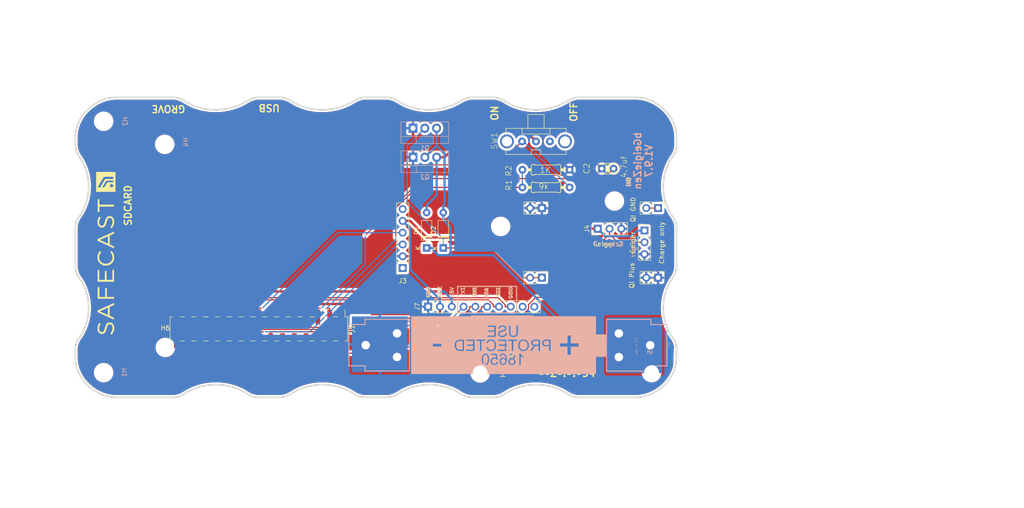
<source format=kicad_pcb>
(kicad_pcb (version 20210228) (generator pcbnew)
  (layers (0 "F.Cu" signal) (31 "B.Cu" signal) (34 "B.Paste" user) (35 "F.Paste" user) (36 "B.SilkS" user "B.Silkscreen") (37 "F.SilkS" user "F.Silkscreen") (38 "B.Mask" user) (39 "F.Mask" user) (44 "Edge.Cuts" user))
  (net 0 "")
  (net 1 "GND")
  (net 2 "Net-(D2-Pad1)")
  (net 3 "/RX2")
  (net 4 "/TX2")
  (net 5 "Net-(R1-Pad2)")
  (net 6 "3.3V")
  (net 7 "5V")
  (net 8 "/GIO0")
  (net 9 "/GIO2")
  (net 10 "/SCL")
  (net 11 "/SDA")
  (net 12 "/RX1")
  (net 13 "/TX1")
  (net 14 "/VBATT")
  (net 15 "/Reset")
  (net 16 "Net-(J9-Pad1)")
  (net 18 "Net-(BT1-Pad1)")
  (net 20 "/GIO34")
  (net 23 "/GIO13")
  (net 25 "/GIO5")
  (net 31 "/AD1")
  (net 38 "Net-(R1-Pad1)")
  (footprint "LOGO" (layer "F.Cu") (at 91.1076 100.23 90)
    (fp_text reference "G***" hide)
    (fp_text value "LOGO" hide)
  )
  (footprint "bGeigieNano V1.1.5:0207_10" (layer "F.Cu") (at 185.903 82.244)
    (fp_text reference "R2")
    (fp_text value "1K")
  )
  (footprint "MountingHole:MountingHole_3.2mm_M3" (layer "F.Cu") (at 90.6526 125.932)
    (fp_text reference "H1" hide)
    (fp_text value "MountingHole_Pad" hide)
  )
  (footprint "Connector_PinHeader_2.54mm:PinHeader_2x15_P2.54mm_Vertical_SMD" (layer "F.Cu") (at 124.083 116.505 -90)
    (fp_text reference "J1")
    (fp_text value "M5 2x15 pin" hide)
  )
  (footprint "Connector_PinHeader_2.54mm:PinHeader_1x02_P2.54mm_Vertical" (layer "F.Cu") (at 210.033 105.485 -90)
    (fp_text reference "J10" hide)
    (fp_text value "QI GND")
  )
  (footprint "Connector_PinSocket_2.54mm:PinSocket_1x06_P2.54mm_Vertical" (layer "F.Cu") (at 155.0426 103.415 180)
    (fp_text reference "J3")
    (fp_text value "GPS")
  )
  (footprint "bGeigieNanoKit V1.1r5a:EG1206" (layer "F.Cu") (at 183.744 76.148 180)
    (fp_text reference "SW1")
    (fp_text value "SW_SPDT" hide)
  )
  (footprint "bGeigieNano V1.1.5:C025-024X044" (layer "F.Cu") (at 199.183 82.005 180)
    (fp_text reference "C2")
    (fp_text value "4.7uf")
  )
  (footprint "MountingHole:MountingHole_3.2mm_M3" (layer "F.Cu") (at 200.645 88.98)
    (fp_text reference "H8")
    (fp_text value "MountingHole_Pad" hide)
  )
  (footprint "MountingHole:MountingHole_3.2mm_M3" (layer "F.Cu") (at 176.134 94.441)
    (fp_text reference "H3" hide)
    (fp_text value "MountingHole_Pad" hide)
  )
  (footprint "MountingHole:MountingHole_3.2mm_M3" (layer "F.Cu") (at 171.7176 126)
    (fp_text reference "H7")
    (fp_text value "MountingHole_Pad" hide)
  )
  (footprint "Connector_PinHeader_2.54mm:PinHeader_1x02_P2.54mm_Vertical" (layer "F.Cu") (at 210.033 90.499 -90)
    (fp_text reference "J9" hide)
    (fp_text value "QI Plus")
  )
  (footprint "Connector_PinHeader_2.54mm:PinHeader_1x10_P2.54mm_Vertical" (layer "F.Cu") (at 160.5276 111.73 90)
    (fp_text reference "J7")
    (fp_text value "Conn_01x14_Female" hide)
  )
  (footprint "MountingHole:MountingHole_3.2mm_M3" (layer "F.Cu") (at 103.808 76.78)
    (fp_text reference "H4" hide)
    (fp_text value "MountingHole_Pad" hide)
  )
  (footprint "bGeigieNano V1.1.5:0207_10" (layer "F.Cu") (at 185.903 86.054 180)
    (fp_text reference "R1")
    (fp_text value "9k")
  )
  (footprint "Connector_PinHeader_2.54mm:PinHeader_1x03_P2.54mm_Vertical" (layer "F.Cu") (at 197.0376 94.95 90)
    (fp_text reference "J4")
    (fp_text value "Geiger 2")
  )
  (footprint "Connector_PinHeader_2.54mm:PinHeader_1x03_P2.54mm_Vertical" (layer "F.Cu") (at 207.108 95.33)
    (fp_text reference "J2" hide)
    (fp_text value "Geiger" hide)
  )
  (footprint "Diode_THT:D_DO-35_SOD27_P7.62mm_Horizontal" (layer "F.Cu") (at 163.7876 99.09 90)
    (fp_text reference "D2")
    (fp_text value "DIODE")
  )
  (footprint "Connector_PinHeader_2.54mm:PinHeader_1x02_P2.54mm_Vertical" (layer "F.Cu") (at 185.014 90.499 -90)
    (fp_text reference "J8" hide)
    (fp_text value "QI charger GND" hide)
  )
  (footprint "Connector_PinHeader_2.54mm:PinHeader_1x02_P2.54mm_Vertical" (layer "F.Cu") (at 185.014 105.485 -90)
    (fp_text reference "J11" hide)
    (fp_text value "QI charger Plus" hide)
  )
  (footprint "MountingHole:MountingHole_3.2mm_M3" (layer "F.Cu") (at 90.6526 71.8155)
    (fp_text reference "H2" hide)
    (fp_text value "MountingHole_Pad" hide)
  )
  (footprint "MountingHole:MountingHole_3.2mm_M3" (layer "F.Cu") (at 103.9376 120.51)
    (fp_text reference "H6")
    (fp_text value "MountingHole_Pad" hide)
  )
  (footprint "MountingHole:MountingHole_3.2mm_M3" (layer "F.Cu") (at 208.636 125.932)
    (fp_text reference "H5" hide)
    (fp_text value "MountingHole_Pad" hide)
  )
  (footprint "Diode_THT:D_DO-35_SOD27_P7.62mm_Horizontal" (layer "F.Cu") (at 160.1976 99.09 90)
    (fp_text reference "D1")
    (fp_text value "DIODE")
  )
  (footprint "Library:BATTERY_18650-HOLDER" (layer "B.Cu") (at 177.7076 120.03 180)
    (fp_text reference "BT1")
    (fp_text value " 3.7 V Lipo")
  )
  (footprint "bGeigieRaku_M5_1015:18650 map" (layer "B.Cu") (at 178.2076 120.24 -90)
    (fp_text reference "G***")
    (fp_text value "LOGO" hide)
  )
  (footprint "Package_TO_SOT_THT:TO-220-3_Vertical" (layer "B.Cu") (at 157.258 73.31)
    (fp_text reference "Q1")
    (fp_text value "IRF4905")
  )
  (footprint "Package_TO_SOT_THT:TO-220-3_Vertical" (layer "B.Cu") (at 157.278 79.565)
    (fp_text reference "Q2")
    (fp_text value "IRF4905")
  )
  (gr_line (start 166.8729 113.0761) (end 179.5729 113.0761) (layer "B.SilkS") (width 0.2))
  (gr_line (start 179.5729 113.0761) (end 179.5729 107.3611) (layer "B.SilkS") (width 0.2))
  (gr_line (start 166.8729 107.3611) (end 166.8729 113.0761) (layer "B.SilkS") (width 0.2))
  (gr_line (start 179.5729 107.3611) (end 166.8729 107.3611) (layer "B.SilkS") (width 0.2))
  (gr_line (start 166.8729 113.0761) (end 166.8729 107.3611) (layer "F.SilkS") (width 0.2))
  (gr_line (start 179.5729 113.0761) (end 166.8729 113.0761) (layer "F.SilkS") (width 0.2))
  (gr_line (start 166.8729 107.3611) (end 179.5729 107.3611) (layer "F.SilkS") (width 0.2))
  (gr_line (start 179.5729 107.3611) (end 179.5729 113.0761) (layer "F.SilkS") (width 0.2))
  (gr_line (start 174.598542 131.255408) (end 169.939415 131.255408) (layer "Edge.Cuts") (width 0.358429))
  (gr_line (start 206.704062 66.820288) (end 207.136872 66.916099) (layer "Edge.Cuts") (width 0.358429))
  (gr_line (start 213.353563 79.12514) (end 213.27604 79.248618) (layer "Edge.Cuts") (width 0.358429))
  (gr_line (start 175.634627 66.8298) (end 175.778594 66.871009) (layer "Edge.Cuts") (width 0.358429))
  (gr_line (start 212.77262 79.987178) (end 212.336322 80.760432) (layer "Edge.Cuts") (width 0.358429))
  (gr_line (start 86.387142 70.198077) (end 86.662948 69.864555) (layer "Edge.Cuts") (width 0.358429))
  (gr_line (start 123.523405 131.212382) (end 123.375121 131.188894) (layer "Edge.Cuts") (width 0.358429))
  (gr_line (start 166.893115 67.811427) (end 167.669785 67.351386) (layer "Edge.Cuts") (width 0.358429))
  (gr_line (start 192.923043 66.66561) (end 204.922097 66.66561) (layer "Edge.Cuts") (width 0.358429))
  (gr_line (start 140.505604 69.061518) (end 141.391117 68.838776) (layer "Edge.Cuts") (width 0.358429))
  (gr_line (start 129.95391 66.916514) (end 130.094916 66.966268) (layer "Edge.Cuts") (width 0.358429))
  (gr_line (start 157.165363 129.026995) (end 156.301191 129.316332) (layer "Edge.Cuts") (width 0.358429))
  (gr_line (start 87.583304 128.980165) (end 87.261905 128.686156) (layer "Edge.Cuts") (width 0.358429))
  (gr_line (start 168.621535 66.924171) (end 168.762967 66.875438) (layer "Edge.Cuts") (width 0.358429))
  (gr_line (start 213.276009 118.578193) (end 213.354436 118.701312) (layer "Edge.Cuts") (width 0.358429))
  (gr_line (start 145.492159 130.955261) (end 145.352834 130.901316) (layer "Edge.Cuts") (width 0.358429))
  (gr_line (start 89.774675 67.507295) (end 90.177112 67.329686) (layer "Edge.Cuts") (width 0.358429))
  (gr_line (start 123.972176 131.255408) (end 123.822067 131.245687) (layer "Edge.Cuts") (width 0.358429))
  (gr_line (start 86.127973 70.543379) (end 86.387142 70.198077) (layer "Edge.Cuts") (width 0.358429))
  (gr_line (start 213.29852 72.028294) (end 213.463673 72.422114) (layer "Edge.Cuts") (width 0.358429))
  (gr_line (start 192.033341 66.79081) (end 192.17861 66.755634) (layer "Edge.Cuts") (width 0.358429))
  (gr_line (start 85.27214 72.028521) (end 85.457527 71.643031) (layer "Edge.Cuts") (width 0.358429))
  (gr_line (start 84.663449 74.066829) (end 84.740345 73.646696) (layer "Edge.Cuts") (width 0.358429))
  (gr_line (start 162.603864 128.641225) (end 161.693141 128.544777) (layer "Edge.Cuts") (width 0.358429))
  (gr_line (start 213.946806 77.5044) (end 213.922224 77.646438) (layer "Edge.Cuts") (width 0.358429))
  (gr_line (start 213.353533 105.24985) (end 213.276009 105.373328) (layer "Edge.Cuts") (width 0.358429))
  (gr_line (start 204.922081 131.255561) (end 192.923043 131.255561) (layer "Edge.Cuts") (width 0.358429))
  (gr_line (start 106.82717 131.049689) (end 106.683397 131.091393) (layer "Edge.Cuts") (width 0.358429))
  (gr_line (start 176.200503 130.899278) (end 176.061266 130.953528) (layer "Edge.Cuts") (width 0.358429))
  (gr_line (start 213.557367 92.962764) (end 213.621388 93.093924) (layer "Edge.Cuts") (width 0.358429))
  (gr_line (start 129.66739 66.8298) (end 129.811357 66.871009) (layer "Edge.Cuts") (width 0.358429))
  (gr_line (start 122.654293 66.924171) (end 122.795725 66.875438) (layer "Edge.Cuts") (width 0.358429))
  (gr_line (start 85.009775 104.86657) (end 84.950368 104.734601) (layer "Edge.Cuts") (width 0.358429))
  (gr_line (start 85.272291 125.893244) (end 85.107133 125.49942) (layer "Edge.Cuts") (width 0.358429))
  (gr_line (start 87.308439 113.725364) (end 87.409126 112.852984) (layer "Edge.Cuts") (width 0.358429))
  (gr_line (start 187.358372 68.838776) (end 188.224201 68.555756) (layer "Edge.Cuts") (width 0.358429))
  (gr_line (start 117.521987 69.061518) (end 118.407501 68.838776) (layer "Edge.Cuts") (width 0.358429))
  (gr_line (start 87.409132 111.098306) (end 87.308451 110.225919) (layer "Edge.Cuts") (width 0.358429))
  (gr_line (start 168.903313 131.091657) (end 168.759342 131.050479) (layer "Edge.Cuts") (width 0.358429))
  (gr_line (start 213.77755 78.204902) (end 213.730043 78.341454) (layer "Edge.Cuts") (width 0.358429))
  (gr_line (start 189.876736 67.811425) (end 190.653405 67.351386) (layer "Edge.Cuts") (width 0.358429))
  (gr_line (start 165.253242 129.316349) (end 164.389088 129.027012) (layer "Edge.Cuts") (width 0.358429))
  (gr_line (start 183.748394 69.361712) (end 184.662852 69.323622) (layer "Edge.Cuts") (width 0.358429))
  (gr_line (start 106.827736 66.871009) (end 106.970289 66.916514) (layer "Edge.Cuts") (width 0.358429))
  (gr_line (start 175.921147 66.916514) (end 176.062152 66.966268) (layer "Edge.Cuts") (width 0.358429))
  (gr_line (start 146.955803 131.255408) (end 146.805694 131.245687) (layer "Edge.Cuts") (width 0.358429))
  (gr_line (start 85.554864 92.08868) (end 85.79818 91.714752) (layer "Edge.Cuts") (width 0.358429))
  (gr_line (start 161.693141 128.544777) (end 160.777242 128.512626) (layer "Edge.Cuts") (width 0.358429))
  (gr_line (start 107.523686 67.140555) (end 107.657161 67.206834) (layer "Edge.Cuts") (width 0.358429))
  (gr_line (start 153.216892 130.899278) (end 153.077656 130.953528) (layer "Edge.Cuts") (width 0.358429))
  (gr_line (start 123.672432 131.231329) (end 123.523405 131.212382) (layer "Edge.Cuts") (width 0.358429))
  (gr_line (start 159.850701 69.336985) (end 160.764771 69.361718) (layer "Edge.Cuts") (width 0.358429))
  (gr_line (start 213.981704 103.343018) (end 213.966639 103.486355) (layer "Edge.Cuts") (width 0.358429))
  (gr_line (start 192.772931 131.245839) (end 192.623294 131.231481) (layer "Edge.Cuts") (width 0.358429))
  (gr_line (start 213.730325 73.231941) (end 213.830376 73.646562) (layer "Edge.Cuts") (width 0.358429))
  (gr_line (start 84.840469 124.689592) (end 84.740408 124.274973) (layer "Edge.Cuts") (width 0.358429))
  (gr_line (start 189.075135 129.670135) (end 188.236851 129.316502) (layer "Edge.Cuts") (width 0.358429))
  (gr_line (start 213.562798 119.084326) (end 213.623275 119.21607) (layer "Edge.Cuts") (width 0.358429))
  (gr_line (start 84.610445 123.42979) (end 84.581989 123.000613) (layer "Edge.Cuts") (width 0.358429))
  (gr_line (start 212.336305 90.941603) (end 212.77261 91.71488) (layer "Edge.Cuts") (width 0.358429))
  (gr_line (start 213.991936 94.62757) (end 213.991936 103.199225) (layer "Edge.Cuts") (width 0.358429))
  (gr_line (start 112.076547 69.096503) (end 112.974788 69.248789) (layer "Edge.Cuts") (width 0.358429))
  (gr_line (start 210.987496 68.941403) (end 211.308898 69.235412) (layer "Edge.Cuts") (width 0.358429))
  (gr_line (start 213.607885 125.09784) (end 213.463729 125.499263) (layer "Edge.Cuts") (width 0.358429))
  (gr_line (start 152.35937 66.760462) (end 152.505761 66.792936) (layer "Edge.Cuts") (width 0.358429))
  (gr_line (start 211.430129 114.587896) (end 211.665057 115.435509) (layer "Edge.Cuts") (width 0.358429))
  (gr_line (start 191.746596 66.875443) (end 191.889329 66.830867) (layer "Edge.Cuts") (width 0.358429))
  (gr_line (start 133.315026 68.597101) (end 134.177366 68.879485) (layer "Edge.Cuts") (width 0.358429))
  (gr_line (start 93.648639 66.66561) (end 105.647683 66.66561) (layer "Edge.Cuts") (width 0.358429))
  (gr_line (start 176.201476 67.020224) (end 176.338984 67.078336) (layer "Edge.Cuts") (width 0.358429))
  (gr_line (start 158.050228 128.801956) (end 157.165363 129.026995) (layer "Edge.Cuts") (width 0.358429))
  (gr_line (start 213.426947 78.999409) (end 213.353563 79.12514) (layer "Edge.Cuts") (width 0.358429))
  (gr_line (start 213.426917 105.12412) (end 213.353533 105.24985) (layer "Edge.Cuts") (width 0.358429))
  (gr_line (start 211.665072 89.310803) (end 211.967126 90.138592) (layer "Edge.Cuts") (width 0.358429))
  (gr_line (start 84.845153 104.465406) (end 84.799171 104.328502) (layer "Edge.Cuts") (width 0.358429))
  (gr_line (start 84.648607 94.055482) (end 84.677874 93.914286) (layer "Edge.Cuts") (width 0.358429))
  (gr_line (start 159.861341 128.544771) (end 158.950612 128.641215) (layer "Edge.Cuts") (width 0.358429))
  (gr_line (start 130.771601 130.643361) (end 130.640043 130.712984) (layer "Edge.Cuts") (width 0.358429))
  (gr_line (start 93.648643 131.255439) (end 93.19701 131.252545) (layer "Edge.Cuts") (width 0.358429))
  (gr_line (start 153.355365 67.078336) (end 153.490923 67.140555) (layer "Edge.Cuts") (width 0.358429))
  (gr_line (start 116.636616 128.641225) (end 115.725893 128.544777) (layer "Edge.Cuts") (width 0.358429))
  (gr_line (start 211.309164 128.685977) (end 210.98778 128.98) (layer "Edge.Cuts") (width 0.358429))
  (gr_line (start 106.683397 131.091393) (end 106.538345 131.128722) (layer "Edge.Cuts") (width 0.358429))
  (gr_line (start 84.632041 103.627324) (end 84.610561 103.484881) (layer "Edge.Cuts") (width 0.358429))
  (gr_line (start 152.063686 66.708876) (end 152.211967 66.732427) (layer "Edge.Cuts") (width 0.358429))
  (gr_line (start 213.922224 77.646438) (end 213.892958 77.787635) (layer "Edge.Cuts") (width 0.358429))
  (gr_line (start 212.336322 80.760432) (end 211.967146 81.563424) (layer "Edge.Cuts") (width 0.358429))
  (gr_line (start 151.76503 66.675421) (end 151.914663 66.689859) (layer "Edge.Cuts") (width 0.358429))
  (gr_line (start 153.078532 66.966268) (end 153.217856 67.020224) (layer "Edge.Cuts") (width 0.358429))
  (gr_line (start 174.598542 66.66561) (end 174.74865 66.675421) (layer "Edge.Cuts") (width 0.358429))
  (gr_line (start 89.381999 130.218005) (end 88.99911 130.003707) (layer "Edge.Cuts") (width 0.358429))
  (gr_line (start 208.796087 130.414242) (end 208.393653 130.591828) (layer "Edge.Cuts") (width 0.358429))
  (gr_line (start 204.922173 66.665717) (end 205.373796 66.668673) (layer "Edge.Cuts") (width 0.358429))
  (gr_line (start 85.074671 92.830378) (end 85.143863 92.702523) (layer "Edge.Cuts") (width 0.358429))
  (gr_line (start 212.772594 106.111891) (end 212.3363 106.885145) (layer "Edge.Cuts") (width 0.358429))
  (gr_line (start 129.811357 66.871009) (end 129.95391 66.916514) (layer "Edge.Cuts") (width 0.358429))
  (gr_line (start 84.663492 123.854808) (end 84.610445 123.42979) (layer "Edge.Cuts") (width 0.358429))
  (gr_line (start 84.578853 103.199073) (end 84.578853 94.627387) (layer "Edge.Cuts") (width 0.358429))
  (gr_line (start 84.610561 103.484881) (end 84.592861 103.342077) (layer "Edge.Cuts") (width 0.358429))
  (gr_line (start 151.61493 131.255408) (end 146.955807 131.255408) (layer "Edge.Cuts") (width 0.358429))
  (gr_line (start 107.917321 67.351386) (end 108.688176 67.833688) (layer "Edge.Cuts") (width 0.358429))
  (gr_line (start 211.161654 86.728327) (end 211.262336 87.600714) (layer "Edge.Cuts") (width 0.358429))
  (gr_line (start 153.217856 67.020224) (end 153.355365 67.078336) (layer "Edge.Cuts") (width 0.358429))
  (gr_line (start 107.110412 130.953542) (end 106.969547 131.003706) (layer "Edge.Cuts") (width 0.358429))
  (gr_line (start 129.953167 131.003694) (end 129.81079 131.049678) (layer "Edge.Cuts") (width 0.358429))
  (gr_line (start 113.883453 69.33698) (end 114.797523 69.361712) (layer "Edge.Cuts") (width 0.358429))
  (gr_line (start 213.496113 104.996265) (end 213.426917 105.12412) (layer "Edge.Cuts") (width 0.358429))
  (gr_line (start 151.914663 66.689859) (end 152.063686 66.708876) (layer "Edge.Cuts") (width 0.358429))
  (gr_line (start 105.647683 66.66561) (end 105.797791 66.675421) (layer "Edge.Cuts") (width 0.358429))
  (gr_line (start 213.015934 92.08882) (end 213.27604 92.453467) (layer "Edge.Cuts") (width 0.358429))
  (gr_line (start 169.939423 131.255408) (end 169.789314 131.245687) (layer "Edge.Cuts") (width 0.358429))
  (gr_line (start 84.892572 78.478011) (end 84.843961 78.34212) (layer "Edge.Cuts") (width 0.358429))
  (gr_line (start 175.920401 131.003694) (end 175.778024 131.049678) (layer "Edge.Cuts") (width 0.358429))
  (gr_line (start 211.907576 69.86432) (end 212.183405 70.197834) (layer "Edge.Cuts") (width 0.358429))
  (gr_line (start 167.798671 130.644407) (end 167.669777 130.570136) (layer "Edge.Cuts") (width 0.358429))
  (gr_line (start 87.261905 128.686156) (end 86.954974 128.378285) (layer "Edge.Cuts") (width 0.358429))
  (gr_line (start 86.603668 107.688037) (end 86.234492 106.885022) (layer "Edge.Cuts") (width 0.358429))
  (gr_line (start 191.047009 130.781145) (end 190.913542 130.714861) (layer "Edge.Cuts") (width 0.358429))
  (gr_line (start 92.305327 131.174673) (end 91.866723 131.101081) (layer "Edge.Cuts") (width 0.358429))
  (gr_line (start 167.669777 67.351386) (end 167.934656 67.217566) (layer "Edge.Cuts") (width 0.358429))
  (gr_line (start 213.920831 120.180557) (end 213.945357 120.322656) (layer "Edge.Cuts") (width 0.358429))
  (gr_line (start 213.945675 94.051703) (end 213.96862 94.19384) (layer "Edge.Cuts") (width 0.358429))
  (gr_line (start 121.962678 130.714709) (end 121.831431 130.644407) (layer "Edge.Cuts") (width 0.358429))
  (gr_line (start 145.359037 67.032668) (end 145.497802 66.976702) (layer "Edge.Cuts") (width 0.358429))
  (gr_line (start 213.859058 77.927864) (end 213.820572 78.066996) (layer "Edge.Cuts") (width 0.358429))
  (gr_line (start 146.955796 66.66561) (end 151.614922 66.66561) (layer "Edge.Cuts") (width 0.358429))
  (gr_line (start 87.140629 88.46313) (end 87.308438 87.600662) (layer "Edge.Cuts") (width 0.358429))
  (gr_line (start 211.262335 110.225973) (end 211.161649 111.098353) (layer "Edge.Cuts") (width 0.358429))
  (gr_line (start 84.711775 93.774058) (end 84.75026 93.634928) (layer "Edge.Cuts") (width 0.358429))
  (gr_line (start 169.489205 66.701367) (end 169.638115 66.683002) (layer "Edge.Cuts") (width 0.358429))
  (gr_line (start 185.587471 128.641378) (end 184.676747 128.54493) (layer "Edge.Cuts") (width 0.358429))
  (gr_line (start 146.211357 66.755631) (end 146.357862 66.725697) (layer "Edge.Cuts") (width 0.358429))
  (gr_line (start 106.244728 66.732427) (end 106.392131 66.760462) (layer "Edge.Cuts") (width 0.358429))
  (gr_line (start 191.889329 66.830867) (end 192.033341 66.79081) (layer "Edge.Cuts") (width 0.358429))
  (gr_line (start 152.359375 131.161573) (end 152.212114 131.189864) (layer "Edge.Cuts") (width 0.358429))
  (gr_line (start 106.538345 131.128722) (end 106.392129 131.161579) (layer "Edge.Cuts") (width 0.358429))
  (gr_line (start 133.317569 129.316332) (end 132.479264 129.669968) (layer "Edge.Cuts") (width 0.358429))
  (gr_line (start 84.962952 125.097972) (end 84.840469 124.689592) (layer "Edge.Cuts") (width 0.358429))
  (gr_line (start 84.892726 93.225405) (end 84.949053 93.091947) (layer "Edge.Cuts") (width 0.358429))
  (gr_line (start 123.822067 131.245687) (end 123.672432 131.231329) (layer "Edge.Cuts") (width 0.358429))
  (gr_line (start 89.775017 130.414281) (end 89.381999 130.218005) (layer "Edge.Cuts") (width 0.358429))
  (gr_line (start 146.804569 66.670962) (end 146.955796 66.66561) (layer "Edge.Cuts") (width 0.358429))
  (gr_line (start 84.677874 93.914286) (end 84.711775 93.774058) (layer "Edge.Cuts") (width 0.358429))
  (gr_line (start 167.92992 130.714709) (end 167.798671 130.644407) (layer "Edge.Cuts") (width 0.358429))
  (gr_line (start 155.462885 129.669968) (end 154.655619 130.087902) (layer "Edge.Cuts") (width 0.358429))
  (gr_line (start 152.50559 131.128714) (end 152.359375 131.161573) (layer "Edge.Cuts") (width 0.358429))
  (gr_line (start 85.074673 118.955042) (end 85.143864 118.827187) (layer "Edge.Cuts") (width 0.358429))
  (gr_line (start 85.294767 79.248435) (end 85.213233 79.126453) (layer "Edge.Cuts") (width 0.358429))
  (gr_line (start 140.520612 128.80197) (end 139.620238 128.641225) (layer "Edge.Cuts") (width 0.358429))
  (gr_line (start 191.182563 130.843363) (end 191.047009 130.781145) (layer "Edge.Cuts") (width 0.358429))
  (gr_line (start 128.631302 66.66561) (end 128.781411 66.675421) (layer "Edge.Cuts") (width 0.358429))
  (gr_line (start 135.066605 128.801956) (end 134.18174 129.026995) (layer "Edge.Cuts") (width 0.358429))
  (gr_line (start 87.308451 110.225919) (end 87.140647 109.363441) (layer "Edge.Cuts") (width 0.358429))
  (gr_line (start 211.430158 83.238795) (end 211.262348 84.101264) (layer "Edge.Cuts") (width 0.358429))
  (gr_line (start 85.143863 92.702523) (end 85.217245 92.576793) (layer "Edge.Cuts") (width 0.358429))
  (gr_line (start 209.944037 129.771974) (end 209.572002 130.003622) (layer "Edge.Cuts") (width 0.358429))
  (gr_line (start 145.22164 67.091708) (end 145.359037 67.032668) (layer "Edge.Cuts") (width 0.358429))
  (gr_line (start 213.01594 79.613252) (end 212.77262 79.987178) (layer "Edge.Cuts") (width 0.358429))
  (gr_line (start 211.262336 87.600714) (end 211.430142 88.463192) (layer "Edge.Cuts") (width 0.358429))
  (gr_line (start 211.430142 88.463192) (end 211.665072 89.310803) (layer "Edge.Cuts") (width 0.358429))
  (gr_line (start 132.479264 129.669968) (end 131.671999 130.087902) (layer "Edge.Cuts") (width 0.358429))
  (gr_line (start 85.004509 78.744235) (end 84.945998 78.612121) (layer "Edge.Cuts") (width 0.358429))
  (gr_line (start 212.336285 117.066315) (end 212.772585 117.839598) (layer "Edge.Cuts") (width 0.358429))
  (gr_line (start 130.23424 67.020224) (end 130.371749 67.078336) (layer "Edge.Cuts") (width 0.358429))
  (gr_line (start 84.578853 77.074347) (end 84.578853 75.353476) (layer "Edge.Cuts") (width 0.358429))
  (gr_line (start 191.188892 67.091714) (end 191.32629 67.032675) (layer "Edge.Cuts") (width 0.358429))
  (gr_line (start 85.457527 71.643031) (end 85.662443 71.266548) (layer "Edge.Cuts") (width 0.358429))
  (gr_line (start 84.578849 75.353553) (end 84.581978 74.92095) (layer "Edge.Cuts") (width 0.358429))
  (gr_line (start 158.942036 69.248793) (end 159.850701 69.336985) (layer "Edge.Cuts") (width 0.358429))
  (gr_line (start 122.238023 67.091708) (end 122.375421 67.032668) (layer "Edge.Cuts") (width 0.358429))
  (gr_line (start 186.472859 69.061518) (end 187.358372 68.838776) (layer "Edge.Cuts") (width 0.358429))
  (gr_line (start 85.662443 71.266548) (end 85.886166 70.899767) (layer "Edge.Cuts") (width 0.358429))
  (gr_line (start 136.877717 128.544771) (end 135.966988 128.641215) (layer "Edge.Cuts") (width 0.358429))
  (gr_line (start 86.603646 90.138503) (end 86.905698 89.310729) (layer "Edge.Cuts") (width 0.358429))
  (gr_line (start 213.991936 103.199225) (end 213.981704 103.343018) (layer "Edge.Cuts") (width 0.358429))
  (gr_line (start 84.589098 120.608289) (end 84.604172 120.464952) (layer "Edge.Cuts") (width 0.358429))
  (gr_line (start 85.143864 118.827187) (end 85.217245 118.701457) (layer "Edge.Cuts") (width 0.358429))
  (gr_line (start 213.879879 93.771265) (end 213.915937 93.910835) (layer "Edge.Cuts") (width 0.358429))
  (gr_line (start 86.234493 80.760319) (end 85.798192 79.98704) (layer "Edge.Cuts") (width 0.358429))
  (gr_line (start 86.954974 128.378285) (end 86.663234 128.057244) (layer "Edge.Cuts") (width 0.358429))
  (gr_line (start 205.37385 131.252682) (end 204.922158 131.255591) (layer "Edge.Cuts") (width 0.358429))
  (gr_line (start 213.96862 94.19384) (end 213.984296 94.337217) (layer "Edge.Cuts") (width 0.358429))
  (gr_line (start 152.937527 66.916514) (end 153.078532 66.966268) (layer "Edge.Cuts") (width 0.358429))
  (gr_line (start 106.244867 131.189868) (end 106.096675 131.213492) (layer "Edge.Cuts") (width 0.358429))
  (gr_line (start 168.342661 67.032668) (end 168.481425 66.976702) (layer "Edge.Cuts") (width 0.358429))
  (gr_line (start 189.882375 130.088064) (end 189.075135 129.670135) (layer "Edge.Cuts") (width 0.358429))
  (gr_line (start 209.571675 67.917837) (end 209.943716 68.149473) (layer "Edge.Cuts") (width 0.358429))
  (gr_line (start 192.472831 66.701369) (end 192.62174 66.683003) (layer "Edge.Cuts") (width 0.358429))
  (gr_line (start 135.966988 128.641215) (end 135.066605 128.801956) (layer "Edge.Cuts") (width 0.358429))
  (gr_line (start 143.90948 67.811425) (end 144.68615 67.351386) (layer "Edge.Cuts") (width 0.358429))
  (gr_line (start 129.522144 66.792936) (end 129.66739 66.8298) (layer "Edge.Cuts") (width 0.358429))
  (gr_line (start 175.047306 66.708876) (end 175.195586 66.732427) (layer "Edge.Cuts") (width 0.358429))
  (gr_line (start 129.81079 131.049678) (end 129.667017 131.091383) (layer "Edge.Cuts") (width 0.358429))
  (gr_line (start 85.107133 125.49942) (end 84.962952 125.097972) (layer "Edge.Cuts") (width 0.358429))
  (gr_line (start 120.925867 67.811425) (end 121.702538 67.351386) (layer "Edge.Cuts") (width 0.358429))
  (gr_line (start 108.688176 67.833688) (end 109.494544 68.248714) (layer "Edge.Cuts") (width 0.358429))
  (gr_line (start 144.686154 67.351386) (end 144.951032 67.217566) (layer "Edge.Cuts") (width 0.358429))
  (gr_line (start 84.740408 124.274973) (end 84.663492 123.854808) (layer "Edge.Cuts") (width 0.358429))
  (gr_line (start 84.843961 78.34212) (end 84.799897 78.204661) (layer "Edge.Cuts") (width 0.358429))
  (gr_line (start 213.276009 105.373328) (end 213.015911 105.737963) (layer "Edge.Cuts") (width 0.358429))
  (gr_line (start 206.265464 66.746651) (end 206.704062 66.820288) (layer "Edge.Cuts") (width 0.358429))
  (gr_line (start 120.114459 68.213093) (end 120.925867 67.811425) (layer "Edge.Cuts") (width 0.358429))
  (gr_line (start 168.06339 130.780992) (end 167.92992 130.714709) (layer "Edge.Cuts") (width 0.358429))
  (gr_line (start 84.663741 77.643453) (end 84.638384 77.50138) (layer "Edge.Cuts") (width 0.358429))
  (gr_line (start 85.457702 126.278749) (end 85.272291 125.893244) (layer "Edge.Cuts") (width 0.358429))
  (gr_line (start 153.755221 130.643361) (end 153.623664 130.712984) (layer "Edge.Cuts") (width 0.358429))
  (gr_line (start 130.640783 67.206834) (end 130.772042 67.277127) (layer "Edge.Cuts") (width 0.358429))
  (gr_line (start 156.301191 129.316332) (end 155.462885 129.669968) (layer "Edge.Cuts") (width 0.358429))
  (gr_line (start 85.662642 126.655243) (end 85.457702 126.278749) (layer "Edge.Cuts") (width 0.358429))
  (gr_line (start 158.950612 128.641215) (end 158.050228 128.801956) (layer "Edge.Cuts") (width 0.358429))
  (gr_line (start 176.338984 67.078336) (end 176.474543 67.140555) (layer "Edge.Cuts") (width 0.358429))
  (gr_line (start 84.578853 120.752082) (end 84.589098 120.608289) (layer "Edge.Cuts") (width 0.358429))
  (gr_line (start 122.514185 66.976702) (end 122.654293 66.924171) (layer "Edge.Cuts") (width 0.358429))
  (gr_line (start 179.284795 129.316484) (end 178.446489 129.67012) (layer "Edge.Cuts") (width 0.358429))
  (gr_line (start 153.884568 130.570136) (end 153.755221 130.643361) (layer "Edge.Cuts") (width 0.358429))
  (gr_line (start 211.308898 69.235412) (end 211.615833 69.543281) (layer "Edge.Cuts") (width 0.358429))
  (gr_line (start 107.522769 130.77892) (end 107.387139 130.841052) (layer "Edge.Cuts") (width 0.358429))
  (gr_line (start 91.866723 131.101081) (end 91.43391 131.005309) (layer "Edge.Cuts") (width 0.358429))
  (gr_line (start 213.113112 71.642793) (end 213.29852 72.028294) (layer "Edge.Cuts") (width 0.358429))
  (gr_line (start 175.195586 66.732427) (end 175.342989 66.760462) (layer "Edge.Cuts") (width 0.358429))
  (gr_line (start 131.671999 130.087902) (end 130.900948 130.570136) (layer "Edge.Cuts") (width 0.358429))
  (gr_line (start 211.16166 84.973646) (end 211.128095 85.850985) (layer "Edge.Cuts") (width 0.358429))
  (gr_line (start 213.891808 120.03925) (end 213.920831 120.180557) (layer "Edge.Cuts") (width 0.358429))
  (gr_line (start 129.375749 131.161573) (end 129.228487 131.189864) (layer "Edge.Cuts") (width 0.358429))
  (gr_line (start 177.639043 67.833688) (end 178.445411 68.248714) (layer "Edge.Cuts") (width 0.358429))
  (gr_line (start 213.463673 72.422114) (end 213.607849 72.823561) (layer "Edge.Cuts") (width 0.358429))
  (gr_line (start 145.497802 66.976702) (end 145.637911 66.924171) (layer "Edge.Cuts") (width 0.358429))
  (gr_line (start 210.304494 129.523692) (end 209.944037 129.771974) (layer "Edge.Cuts") (width 0.358429))
  (gr_line (start 175.778594 66.871009) (end 175.921147 66.916514) (layer "Edge.Cuts") (width 0.358429))
  (gr_line (start 88.99911 130.003707) (end 88.627073 129.772082) (layer "Edge.Cuts") (width 0.358429))
  (gr_line (start 84.75026 93.634928) (end 84.79328 93.497023) (layer "Edge.Cuts") (width 0.358429))
  (gr_line (start 91.433656 66.916049) (end 91.866506 66.82021) (layer "Edge.Cuts") (width 0.358429))
  (gr_line (start 121.702538 130.570136) (end 120.931516 130.087912) (layer "Edge.Cuts") (width 0.358429))
  (gr_line (start 107.387139 130.841052) (end 107.249648 130.899291) (layer "Edge.Cuts") (width 0.358429))
  (gr_line (start 166.081707 68.213098) (end 166.893115 67.811427) (layer "Edge.Cuts") (width 0.358429))
  (gr_line (start 205.821801 66.695882) (end 206.265464 66.746651) (layer "Edge.Cuts") (width 0.358429))
  (gr_line (start 213.858288 119.898877) (end 213.891808 120.03925) (layer "Edge.Cuts") (width 0.358429))
  (gr_line (start 213.907273 123.854787) (end 213.83038 124.274909) (layer "Edge.Cuts") (width 0.358429))
  (gr_line (start 121.967416 67.217566) (end 122.238023 67.091708) (layer "Edge.Cuts") (width 0.358429))
  (gr_line (start 178.445411 68.248714) (end 179.282275 68.597101) (layer "Edge.Cuts") (width 0.358429))
  (gr_line (start 207.982234 67.171474) (end 208.39334 67.329652) (layer "Edge.Cuts") (width 0.358429))
  (gr_line (start 128.781411 66.675421) (end 128.931044 66.689859) (layer "Edge.Cuts") (width 0.358429))
  (gr_line (start 176.062152 66.966268) (end 176.201476 67.020224) (layer "Edge.Cuts") (width 0.358429))
  (gr_line (start 168.475777 130.955261) (end 168.336452 130.901316) (layer "Edge.Cuts") (width 0.358429))
  (gr_line (start 134.18174 129.026995) (end 133.317569 129.316332) (layer "Edge.Cuts") (width 0.358429))
  (gr_line (start 213.777762 119.621512) (end 213.820272 119.759583) (layer "Edge.Cuts") (width 0.358429))
  (gr_line (start 145.079772 130.780992) (end 144.946303 130.714709) (layer "Edge.Cuts") (width 0.358429))
  (gr_line (start 207.982532 130.750006) (end 207.563446 130.888083) (layer "Edge.Cuts") (width 0.358429))
  (gr_line (start 107.249648 130.899291) (end 107.110412 130.953542) (layer "Edge.Cuts") (width 0.358429))
  (gr_line (start 115.725893 128.544777) (end 114.809994 128.512626) (layer "Edge.Cuts") (width 0.358429))
  (gr_line (start 111.193748 68.879485) (end 112.076547 69.096503) (layer "Edge.Cuts") (width 0.358429))
  (gr_line (start 92.748996 131.225392) (end 92.305327 131.174673) (layer "Edge.Cuts") (width 0.358429))
  (gr_line (start 213.27604 79.248618) (end 213.01594 79.613252) (layer "Edge.Cuts") (width 0.358429))
  (gr_line (start 152.794415 131.049678) (end 152.650642 131.091383) (layer "Edge.Cuts") (width 0.358429))
  (gr_line (start 85.073832 104.996572) (end 85.009775 104.86657) (layer "Edge.Cuts") (width 0.358429))
  (gr_line (start 190.653405 67.351386) (end 190.918283 67.217571) (layer "Edge.Cuts") (width 0.358429))
  (gr_line (start 84.604172 120.464952) (end 84.624027 120.322199) (layer "Edge.Cuts") (width 0.358429))
  (gr_line (start 208.795764 67.507234) (end 209.188784 67.703527) (layer "Edge.Cuts") (width 0.358429))
  (gr_line (start 144.951032 67.217566) (end 145.22164 67.091708) (layer "Edge.Cuts") (width 0.358429))
  (gr_line (start 105.947424 66.689859) (end 106.096448 66.708876) (layer "Edge.Cuts") (width 0.358429))
  (gr_line (start 111.198116 129.026995) (end 110.333944 129.316332) (layer "Edge.Cuts") (width 0.358429))
  (gr_line (start 166.091525 129.669983) (end 165.253242 129.316349) (layer "Edge.Cuts") (width 0.358429))
  (gr_line (start 87.409132 84.973598) (end 87.308451 84.101211) (layer "Edge.Cuts") (width 0.358429))
  (gr_line (start 160.777242 128.512626) (end 159.861341 128.544771) (layer "Edge.Cuts") (width 0.358429))
  (gr_line (start 86.603669 81.563331) (end 86.234493 80.760319) (layer "Edge.Cuts") (width 0.358429))
  (gr_line (start 115.71198 69.323622) (end 116.621808 69.223345) (layer "Edge.Cuts") (width 0.358429))
  (gr_line (start 87.14063 114.587831) (end 87.308439 113.725364) (layer "Edge.Cuts") (width 0.358429))
  (gr_line (start 213.730343 124.689491) (end 213.607885 125.09784) (layer "Edge.Cuts") (width 0.358429))
  (gr_line (start 192.325114 66.7257) (end 192.472831 66.701369) (layer "Edge.Cuts") (width 0.358429))
  (gr_line (start 91.43391 131.005309) (end 91.00761 130.888049) (layer "Edge.Cuts") (width 0.358429))
  (gr_line (start 130.640043 130.712984) (end 130.506391 130.778909) (layer "Edge.Cuts") (width 0.358429))
  (gr_line (start 85.798192 106.11174) (end 85.55487 105.737797) (layer "Edge.Cuts") (width 0.358429))
  (gr_line (start 84.760111 78.065851) (end 84.724336 77.925903) (layer "Edge.Cuts") (width 0.358429))
  (gr_line (start 176.607276 130.712984) (end 176.473624 130.778909) (layer "Edge.Cuts") (width 0.358429))
  (gr_line (start 85.217245 118.701457) (end 85.294767 118.577979) (layer "Edge.Cuts") (width 0.358429))
  (gr_line (start 129.080295 131.213489) (end 128.931289 131.232353) (layer "Edge.Cuts") (width 0.358429))
  (gr_line (start 211.967146 81.563424) (end 211.665091 82.391197) (layer "Edge.Cuts") (width 0.358429))
  (gr_line (start 85.886166 70.899767) (end 86.127973 70.543379) (layer "Edge.Cuts") (width 0.358429))
  (gr_line (start 189.065329 68.213093) (end 189.876736 67.811425) (layer "Edge.Cuts") (width 0.358429))
  (gr_line (start 122.795725 66.875438) (end 122.938457 66.830862) (layer "Edge.Cuts") (width 0.358429))
  (gr_line (start 131.671795 67.833688) (end 132.478163 68.248714) (layer "Edge.Cuts") (width 0.358429))
  (gr_line (start 84.740345 73.646696) (end 84.840386 73.232106) (layer "Edge.Cuts") (width 0.358429))
  (gr_line (start 107.917325 130.570136) (end 107.787978 130.643366) (layer "Edge.Cuts") (width 0.358429))
  (gr_line (start 123.227738 66.755631) (end 123.374242 66.725697) (layer "Edge.Cuts") (width 0.358429))
  (gr_line (start 190.913542 130.714861) (end 190.782296 130.64456) (layer "Edge.Cuts") (width 0.358429))
  (gr_line (start 169.049712 66.790806) (end 169.194982 66.755631) (layer "Edge.Cuts") (width 0.358429))
  (gr_line (start 181.925658 69.248789) (end 182.834323 69.33698) (layer "Edge.Cuts") (width 0.358429))
  (gr_line (start 192.32598 131.189046) (end 192.178571 131.161064) (layer "Edge.Cuts") (width 0.358429))
  (gr_line (start 107.656421 130.712993) (end 107.522769 130.77892) (layer "Edge.Cuts") (width 0.358429))
  (gr_line (start 213.621767 78.609982) (end 213.561099 78.741701) (layer "Edge.Cuts") (width 0.358429))
  (gr_line (start 211.967109 116.2633) (end 212.336285 117.066315) (layer "Edge.Cuts") (width 0.358429))
  (gr_line (start 84.711782 119.89873) (end 84.750267 119.759598) (layer "Edge.Cuts") (width 0.358429))
  (gr_line (start 169.788195 66.670962) (end 169.939423 66.66561) (layer "Edge.Cuts") (width 0.358429))
  (gr_line (start 153.354383 130.841039) (end 153.216892 130.899278) (layer "Edge.Cuts") (width 0.358429))
  (gr_line (start 123.374242 66.725697) (end 123.52196 66.701367) (layer "Edge.Cuts") (width 0.358429))
  (gr_line (start 162.589056 69.223352) (end 163.489236 69.061525) (layer "Edge.Cuts") (width 0.358429))
  (gr_line (start 179.282275 68.597101) (end 180.144616 68.879485) (layer "Edge.Cuts") (width 0.358429))
  (gr_line (start 211.907798 128.057043) (end 211.616077 128.378093) (layer "Edge.Cuts") (width 0.358429))
  (gr_line (start 128.631302 131.255408) (end 123.97218 131.255408) (layer "Edge.Cuts") (width 0.358429))
  (gr_line (start 209.943716 68.149473) (end 210.304182 68.397741) (layer "Edge.Cuts") (width 0.358429))
  (gr_line (start 112.082981 128.801956) (end 111.198116 129.026995) (layer "Edge.Cuts") (width 0.358429))
  (gr_line (start 141.405462 129.027012) (end 140.520612 128.80197) (layer "Edge.Cuts") (width 0.358429))
  (gr_line (start 183.760848 128.512778) (end 182.844946 128.544924) (layer "Edge.Cuts") (width 0.358429))
  (gr_line (start 213.99186 122.568122) (end 213.988736 123.000701) (layer "Edge.Cuts") (width 0.358429))
  (gr_line (start 181.934217 128.641367) (end 181.033833 128.802108) (layer "Edge.Cuts") (width 0.358429))
  (gr_line (start 122.375421 67.032668) (end 122.514185 66.976702) (layer "Edge.Cuts") (width 0.358429))
  (gr_line (start 175.489199 131.128714) (end 175.342984 131.161573) (layer "Edge.Cuts") (width 0.358429))
  (gr_line (start 153.884568 67.351386) (end 154.655423 67.833688) (layer "Edge.Cuts") (width 0.358429))
  (gr_line (start 213.561099 78.741701) (end 213.496142 78.871553) (layer "Edge.Cuts") (width 0.358429))
  (gr_line (start 146.507032 131.212382) (end 146.358748 131.188894) (layer "Edge.Cuts") (width 0.358429))
  (gr_line (start 86.9057 115.435428) (end 87.14063 114.587831) (layer "Edge.Cuts") (width 0.358429))
  (gr_line (start 114.797523 69.361712) (end 115.71198 69.323622) (layer "Edge.Cuts") (width 0.358429))
  (gr_line (start 213.015911 105.737963) (end 212.772594 106.111891) (layer "Edge.Cuts") (width 0.358429))
  (gr_line (start 213.988753 74.920942) (end 213.991875 75.353598) (layer "Edge.Cuts") (width 0.358429))
  (gr_line (start 205.373796 66.668673) (end 205.821801 66.695882) (layer "Edge.Cuts") (width 0.358429))
  (gr_line (start 181.027416 69.096503) (end 181.925658 69.248789) (layer "Edge.Cuts") (width 0.358429))
  (gr_line (start 121.831431 130.644407) (end 121.702538 130.570136) (layer "Edge.Cuts") (width 0.358429))
  (gr_line (start 91.00761 130.888049) (end 90.588545 130.749996) (layer "Edge.Cuts") (width 0.358429))
  (gr_line (start 213.94679 103.629108) (end 213.922207 103.771148) (layer "Edge.Cuts") (width 0.358429))
  (gr_line (start 84.657387 103.769245) (end 84.632041 103.627324) (layer "Edge.Cuts") (width 0.358429))
  (gr_line (start 213.738529 93.360641) (end 213.790701 93.496138) (layer "Edge.Cuts") (width 0.358429))
  (gr_line (start 166.898764 130.087912) (end 166.091525 129.669983) (layer "Edge.Cuts") (width 0.358429))
  (gr_line (start 145.922076 66.830862) (end 146.066088 66.790806) (layer "Edge.Cuts") (width 0.358429))
  (gr_line (start 178.446489 129.67012) (end 177.639224 130.088055) (layer "Edge.Cuts") (width 0.358429))
  (gr_line (start 206.265631 131.174773) (end 205.821916 131.225512) (layer "Edge.Cuts") (width 0.358429))
  (gr_line (start 119.285994 129.316349) (end 118.42184 129.027012) (layer "Edge.Cuts") (width 0.358429))
  (gr_line (start 129.228487 131.189864) (end 129.080295 131.213489) (layer "Edge.Cuts") (width 0.358429))
  (gr_line (start 139.620238 128.641225) (end 138.709516 128.544777) (layer "Edge.Cuts") (width 0.358429))
  (gr_line (start 128.781586 131.246358) (end 128.631302 131.255408) (layer "Edge.Cuts") (width 0.358429))
  (gr_line (start 85.107006 72.422325) (end 85.27214 72.028521) (layer "Edge.Cuts") (width 0.358429))
  (gr_line (start 84.589095 94.483599) (end 84.604168 94.340267) (layer "Edge.Cuts") (width 0.358429))
  (gr_line (start 213.777527 104.329615) (end 213.730018 104.466167) (layer "Edge.Cuts") (width 0.358429))
  (gr_line (start 212.183604 127.723519) (end 211.907798 128.057043) (layer "Edge.Cuts") (width 0.358429))
  (gr_line (start 213.730018 104.466167) (end 213.678073 104.601237) (layer "Edge.Cuts") (width 0.358429))
  (gr_line (start 107.787978 130.643366) (end 107.656421 130.712993) (layer "Edge.Cuts") (width 0.358429))
  (gr_line (start 152.505761 66.792936) (end 152.651007 66.8298) (layer "Edge.Cuts") (width 0.358429))
  (gr_line (start 85.068373 78.874138) (end 85.004509 78.744235) (layer "Edge.Cuts") (width 0.358429))
  (gr_line (start 213.837976 93.633023) (end 213.879879 93.771265) (layer "Edge.Cuts") (width 0.358429))
  (gr_line (start 208.393653 130.591828) (end 207.982532 130.750006) (layer "Edge.Cuts") (width 0.358429))
  (gr_line (start 93.19701 131.252545) (end 92.748996 131.225392) (layer "Edge.Cuts") (width 0.358429))
  (gr_line (start 213.490345 92.833108) (end 213.557367 92.962764) (layer "Edge.Cuts") (width 0.358429))
  (gr_line (start 86.954671 69.543506) (end 87.261586 69.235623) (layer "Edge.Cuts") (width 0.358429))
  (gr_line (start 213.82055 104.191709) (end 213.777527 104.329615) (layer "Edge.Cuts") (width 0.358429))
  (gr_line (start 191.742954 131.050631) (end 191.600398 131.00515) (layer "Edge.Cuts") (width 0.358429))
  (gr_line (start 87.308438 87.600662) (end 87.409125 86.728279) (layer "Edge.Cuts") (width 0.358429))
  (gr_line (start 84.840785 93.360473) (end 84.892726 93.225405) (layer "Edge.Cuts") (width 0.358429))
  (gr_line (start 84.581978 74.92095) (end 84.610419 74.491812) (layer "Edge.Cuts") (width 0.358429))
  (gr_line (start 213.463729 125.499263) (end 213.298597 125.893066) (layer "Edge.Cuts") (width 0.358429))
  (gr_line (start 144.815055 130.644407) (end 144.686161 130.570136) (layer "Edge.Cuts") (width 0.358429))
  (gr_line (start 213.679262 119.349612) (end 213.730758 119.484807) (layer "Edge.Cuts") (width 0.358429))
  (gr_line (start 117.536989 128.80197) (end 116.636616 128.641225) (layer "Edge.Cuts") (width 0.358429))
  (gr_line (start 213.965384 120.465403) (end 213.980911 120.608654) (layer "Edge.Cuts") (width 0.358429))
  (gr_line (start 85.798181 117.839447) (end 86.234475 117.066192) (layer "Edge.Cuts") (width 0.358429))
  (gr_line (start 88.266611 129.52382) (end 87.918447 129.259617) (layer "Edge.Cuts") (width 0.358429))
  (gr_line (start 88.626718 68.149608) (end 88.998756 67.917949) (layer "Edge.Cuts") (width 0.358429))
  (gr_line (start 85.554864 118.213374) (end 85.798181 117.839447) (layer "Edge.Cuts") (width 0.358429))
  (gr_line (start 128.931289 131.232353) (end 128.781586 131.246358) (layer "Edge.Cuts") (width 0.358429))
  (gr_line (start 169.341487 66.725697) (end 169.489205 66.701367) (layer "Edge.Cuts") (width 0.358429))
  (gr_line (start 160.764771 69.361718) (end 161.679229 69.323628) (layer "Edge.Cuts") (width 0.358429))
  (gr_line (start 116.621808 69.223345) (end 117.521987 69.061518) (layer "Edge.Cuts") (width 0.358429))
  (gr_line (start 213.960314 74.491755) (end 213.988753 74.920942) (layer "Edge.Cuts") (width 0.358429))
  (gr_line (start 92.748873 66.69575) (end 93.196944 66.668515) (layer "Edge.Cuts") (width 0.358429))
  (gr_line (start 146.50558 66.701367) (end 146.654489 66.683002) (layer "Edge.Cuts") (width 0.358429))
  (gr_line (start 213.820272 119.759583) (end 213.858288 119.898877) (layer "Edge.Cuts") (width 0.358429))
  (gr_line (start 161.679229 69.323628) (end 162.589056 69.223352) (layer "Edge.Cuts") (width 0.358429))
  (gr_line (start 84.578853 122.567939) (end 84.578853 120.752082) (layer "Edge.Cuts") (width 0.358429))
  (gr_line (start 146.656059 131.231329) (end 146.507032 131.212382) (layer "Edge.Cuts") (width 0.358429))
  (gr_line (start 122.096147 130.780992) (end 121.962678 130.714709) (layer "Edge.Cuts") (width 0.358429))
  (gr_line (start 106.096675 131.213492) (end 105.94767 131.232354) (layer "Edge.Cuts") (width 0.358429))
  (gr_line (start 88.627073 129.772082) (end 88.266611 129.52382) (layer "Edge.Cuts") (width 0.358429))
  (gr_line (start 109.495639 129.669968) (end 108.688374 130.087902) (layer "Edge.Cuts") (width 0.358429))
  (gr_line (start 84.950368 104.734601) (end 84.895523 104.600826) (layer "Edge.Cuts") (width 0.358429))
  (gr_line (start 87.44269 85.85094) (end 87.409132 84.973598) (layer "Edge.Cuts") (width 0.358429))
  (gr_line (start 108.688374 130.087902) (end 107.917323 130.570136) (layer "Edge.Cuts") (width 0.358429))
  (gr_line (start 87.409126 112.852984) (end 87.44269 111.975646) (layer "Edge.Cuts") (width 0.358429))
  (gr_line (start 152.936792 131.003694) (end 152.794415 131.049678) (layer "Edge.Cuts") (width 0.358429))
  (gr_line (start 153.490923 67.140555) (end 153.624398 67.206834) (layer "Edge.Cuts") (width 0.358429))
  (gr_line (start 191.605164 66.924178) (end 191.746596 66.875443) (layer "Edge.Cuts") (width 0.358429))
  (gr_line (start 87.140647 109.363441) (end 86.905719 108.515829) (layer "Edge.Cuts") (width 0.358429))
  (gr_line (start 142.269615 129.316349) (end 141.405462 129.027012) (layer "Edge.Cuts") (width 0.358429))
  (gr_line (start 138.695597 69.323622) (end 139.605425 69.223345) (layer "Edge.Cuts") (width 0.358429))
  (gr_line (start 211.665057 115.435509) (end 211.967109 116.2633) (layer "Edge.Cuts") (width 0.358429))
  (gr_line (start 165.240579 68.555761) (end 166.081707 68.213098) (layer "Edge.Cuts") (width 0.358429))
  (gr_line (start 85.009718 92.960229) (end 85.074671 92.830378) (layer "Edge.Cuts") (width 0.358429))
  (gr_line (start 107.388127 67.078336) (end 107.523686 67.140555) (layer "Edge.Cuts") (width 0.358429))
  (gr_line (start 176.473624 130.778909) (end 176.337994 130.841039) (layer "Edge.Cuts") (width 0.358429))
  (gr_line (start 135.060165 69.096503) (end 135.958406 69.248789) (layer "Edge.Cuts") (width 0.358429))
  (gr_line (start 119.273331 68.555756) (end 120.114459 68.213093) (layer "Edge.Cuts") (width 0.358429))
  (gr_line (start 136.86707 69.33698) (end 137.78114 69.361712) (layer "Edge.Cuts") (width 0.358429))
  (gr_line (start 84.750267 119.759598) (end 84.793286 119.621692) (layer "Edge.Cuts") (width 0.358429))
  (gr_line (start 212.908298 126.65504) (end 212.684576 127.021824) (layer "Edge.Cuts") (width 0.358429))
  (gr_line (start 84.624027 120.322199) (end 84.648613 120.180159) (layer "Edge.Cuts") (width 0.358429))
  (gr_line (start 114.809994 128.512626) (end 113.894093 128.544771) (layer "Edge.Cuts") (width 0.358429))
  (gr_line (start 86.387407 127.723726) (end 86.128218 127.378424) (layer "Edge.Cuts") (width 0.358429))
  (gr_line (start 107.788419 67.277127) (end 107.917325 67.351386) (layer "Edge.Cuts") (width 0.358429))
  (gr_line (start 211.128095 85.850985) (end 211.161654 86.728327) (layer "Edge.Cuts") (width 0.358429))
  (gr_line (start 192.17861 66.755634) (end 192.325114 66.7257) (layer "Edge.Cuts") (width 0.358429))
  (gr_line (start 207.563446 130.888083) (end 207.137119 131.005365) (layer "Edge.Cuts") (width 0.358429))
  (gr_line (start 145.633166 131.004998) (end 145.492159 130.955261) (layer "Edge.Cuts") (width 0.358429))
  (gr_line (start 105.797791 66.675421) (end 105.947424 66.689859) (layer "Edge.Cuts") (width 0.358429))
  (gr_line (start 86.128218 127.378424) (end 85.886388 127.022032) (layer "Edge.Cuts") (width 0.358429))
  (gr_line (start 207.563171 67.033392) (end 207.982234 67.171474) (layer "Edge.Cuts") (width 0.358429))
  (gr_line (start 213.354436 118.701312) (end 213.428377 118.826803) (layer "Edge.Cuts") (width 0.358429))
  (gr_line (start 129.228349 66.732427) (end 129.375752 66.760462) (layer "Edge.Cuts") (width 0.358429))
  (gr_line (start 146.654489 66.683002) (end 146.804569 66.670962) (layer "Edge.Cuts") (width 0.358429))
  (gr_line (start 123.52196 66.701367) (end 123.67087 66.683002) (layer "Edge.Cuts") (width 0.358429))
  (gr_line (start 169.789314 131.245687) (end 169.639679 131.231329) (layer "Edge.Cuts") (width 0.358429))
  (gr_line (start 112.974788 69.248789) (end 113.883453 69.33698) (layer "Edge.Cuts") (width 0.358429))
  (gr_line (start 84.799897 78.204661) (end 84.760111 78.065851) (layer "Edge.Cuts") (width 0.358429))
  (gr_line (start 123.227713 131.160912) (end 123.081317 131.128483) (layer "Edge.Cuts") (width 0.358429))
  (gr_line (start 207.136872 66.916099) (end 207.563171 67.033392) (layer "Edge.Cuts") (width 0.358429))
  (gr_line (start 85.798192 79.98704) (end 85.55487 79.613099) (layer "Edge.Cuts") (width 0.358429))
  (gr_line (start 86.234475 117.066192) (end 86.603648 116.263201) (layer "Edge.Cuts") (width 0.358429))
  (gr_line (start 174.898283 66.689859) (end 175.047306 66.708876) (layer "Edge.Cuts") (width 0.358429))
  (gr_line (start 122.369208 130.901316) (end 122.231701 130.843211) (layer "Edge.Cuts") (width 0.358429))
  (gr_line (start 87.582971 68.941599) (end 87.918103 68.662126) (layer "Edge.Cuts") (width 0.358429))
  (gr_line (start 137.78114 69.361712) (end 138.695597 69.323622) (layer "Edge.Cuts") (width 0.358429))
  (gr_line (start 143.915137 130.087912) (end 143.107898 129.669983) (layer "Edge.Cuts") (width 0.358429))
  (gr_line (start 185.572679 69.223345) (end 186.472859 69.061518) (layer "Edge.Cuts") (width 0.358429))
  (gr_line (start 123.081317 131.128483) (end 122.936066 131.091657) (layer "Edge.Cuts") (width 0.358429))
  (gr_line (start 123.820949 66.670962) (end 123.972176 66.66561) (layer "Edge.Cuts") (width 0.358429))
  (gr_line (start 145.775722 131.050479) (end 145.633166 131.004998) (layer "Edge.Cuts") (width 0.358429))
  (gr_line (start 153.623664 130.712984) (end 153.490012 130.778909) (layer "Edge.Cuts") (width 0.358429))
  (gr_line (start 130.094916 66.966268) (end 130.23424 67.020224) (layer "Edge.Cuts") (width 0.358429))
  (gr_line (start 90.588545 130.749996) (end 90.17744 130.591843) (layer "Edge.Cuts") (width 0.358429))
  (gr_line (start 191.32629 67.032675) (end 191.465054 66.976708) (layer "Edge.Cuts") (width 0.358429))
  (gr_line (start 84.624021 94.197518) (end 84.648607 94.055482) (layer "Edge.Cuts") (width 0.358429))
  (gr_line (start 213.420795 92.704988) (end 213.490345 92.833108) (layer "Edge.Cuts") (width 0.358429))
  (gr_line (start 87.918447 129.259617) (end 87.583304 128.980165) (layer "Edge.Cuts") (width 0.358429))
  (gr_line (start 213.981719 77.218318) (end 213.966655 77.361651) (layer "Edge.Cuts") (width 0.358429))
  (gr_line (start 177.639224 130.088055) (end 176.868172 130.570289) (layer "Edge.Cuts") (width 0.358429))
  (gr_line (start 84.638384 77.50138) (end 84.615962 77.359028) (layer "Edge.Cuts") (width 0.358429))
  (gr_line (start 106.538523 66.792936) (end 106.683769 66.8298) (layer "Edge.Cuts") (width 0.358429))
  (gr_line (start 181.033833 128.802108) (end 180.148967 129.027147) (layer "Edge.Cuts") (width 0.358429))
  (gr_line (start 86.905698 89.310729) (end 87.140629 88.46313) (layer "Edge.Cuts") (width 0.358429))
  (gr_line (start 141.391117 68.838776) (end 142.256946 68.555756) (layer "Edge.Cuts") (width 0.358429))
  (gr_line (start 84.615962 77.359028) (end 84.578853 77.074347) (layer "Edge.Cuts") (width 0.358429))
  (gr_line (start 168.481425 66.976702) (end 168.621535 66.924171) (layer "Edge.Cuts") (width 0.358429))
  (gr_line (start 213.945357 120.322656) (end 213.965384 120.465403) (layer "Edge.Cuts") (width 0.358429))
  (gr_line (start 112.983364 128.641215) (end 112.082981 128.801956) (layer "Edge.Cuts") (width 0.358429))
  (gr_line (start 190.918283 67.217571) (end 191.188892 67.091714) (layer "Edge.Cuts") (width 0.358429))
  (gr_line (start 122.231701 130.843211) (end 122.096147 130.780992) (layer "Edge.Cuts") (width 0.358429))
  (gr_line (start 85.886388 127.022032) (end 85.662642 126.655243) (layer "Edge.Cuts") (width 0.358429))
  (gr_line (start 123.375121 131.188894) (end 123.227713 131.160912) (layer "Edge.Cuts") (width 0.358429))
  (gr_line (start 84.610419 74.491812) (end 84.663449 74.066829) (layer "Edge.Cuts") (width 0.358429))
  (gr_line (start 182.834323 69.33698) (end 183.748394 69.361712) (layer "Edge.Cuts") (width 0.358429))
  (gr_line (start 175.342984 131.161573) (end 175.195723 131.189864) (layer "Edge.Cuts") (width 0.358429))
  (gr_line (start 86.662948 69.864555) (end 86.954671 69.543506) (layer "Edge.Cuts") (width 0.358429))
  (gr_line (start 192.62174 66.683003) (end 192.771818 66.670963) (layer "Edge.Cuts") (width 0.358429))
  (gr_line (start 175.342989 66.760462) (end 175.489381 66.792936) (layer "Edge.Cuts") (width 0.358429))
  (gr_line (start 106.969547 131.003706) (end 106.82717 131.049689) (layer "Edge.Cuts") (width 0.358429))
  (gr_line (start 209.572002 130.003622) (end 209.189111 130.217942) (layer "Edge.Cuts") (width 0.358429))
  (gr_line (start 207.137119 131.005365) (end 206.704273 131.10116) (layer "Edge.Cuts") (width 0.358429))
  (gr_line (start 156.298655 68.597103) (end 157.160995 68.879488) (layer "Edge.Cuts") (width 0.358429))
  (gr_line (start 84.581989 123.000613) (end 84.578849 122.567969) (layer "Edge.Cuts") (width 0.358429))
  (gr_line (start 84.692302 77.785032) (end 84.663741 77.643453) (layer "Edge.Cuts") (width 0.358429))
  (gr_line (start 142.256946 68.555756) (end 143.098073 68.213093) (layer "Edge.Cuts") (width 0.358429))
  (gr_line (start 175.489381 66.792936) (end 175.634627 66.8298) (layer "Edge.Cuts") (width 0.358429))
  (gr_line (start 110.333944 129.316332) (end 109.495639 129.669968) (layer "Edge.Cuts") (width 0.358429))
  (gr_line (start 86.663234 128.057244) (end 86.387407 127.723726) (layer "Edge.Cuts") (width 0.358429))
  (gr_line (start 158.043795 69.096506) (end 158.942036 69.248793) (layer "Edge.Cuts") (width 0.358429))
  (gr_line (start 213.90728 74.066731) (end 213.960314 74.491755) (layer "Edge.Cuts") (width 0.358429))
  (gr_line (start 85.137858 79.001615) (end 85.068373 78.874138) (layer "Edge.Cuts") (width 0.358429))
  (gr_line (start 175.634251 131.091383) (end 175.489199 131.128714) (layer "Edge.Cuts") (width 0.358429))
  (gr_line (start 85.142625 105.124448) (end 85.073832 104.996572) (layer "Edge.Cuts") (width 0.358429))
  (gr_line (start 209.189111 130.217942) (end 208.796087 130.414242) (layer "Edge.Cuts") (width 0.358429))
  (gr_line (start 84.799171 104.328502) (end 84.757491 104.190272) (layer "Edge.Cuts") (width 0.358429))
  (gr_line (start 213.922207 103.771148) (end 213.89294 103.912347) (layer "Edge.Cuts") (width 0.358429))
  (gr_line (start 212.183405 70.197834) (end 212.442597 70.543131) (layer "Edge.Cuts") (width 0.358429))
  (gr_line (start 130.506391 130.778909) (end 130.37076 130.841039) (layer "Edge.Cuts") (width 0.358429))
  (gr_line (start 152.651007 66.8298) (end 152.794974 66.871009) (layer "Edge.Cuts") (width 0.358429))
  (gr_line (start 213.991951 77.07453) (end 213.981719 77.218318) (layer "Edge.Cuts") (width 0.358429))
  (gr_line (start 212.772585 117.839598) (end 213.015906 118.213541) (layer "Edge.Cuts") (width 0.358429))
  (gr_line (start 192.178571 131.161064) (end 192.032175 131.128636) (layer "Edge.Cuts") (width 0.358429))
  (gr_line (start 151.914916 131.232353) (end 151.765214 131.246358) (layer "Edge.Cuts") (width 0.358429))
  (gr_line (start 175.195723 131.189864) (end 175.047531 131.213489) (layer "Edge.Cuts") (width 0.358429))
  (gr_line (start 145.352834 130.901316) (end 145.215327 130.843211) (layer "Edge.Cuts") (width 0.358429))
  (gr_line (start 213.991936 120.752265) (end 213.991936 122.568152) (layer "Edge.Cuts") (width 0.358429))
  (gr_line (start 84.79328 93.497023) (end 84.840785 93.360473) (layer "Edge.Cuts") (width 0.358429))
  (gr_line (start 211.161643 112.853032) (end 211.262325 113.725419) (layer "Edge.Cuts") (width 0.358429))
  (gr_line (start 182.844946 128.544924) (end 181.934217 128.641367) (layer "Edge.Cuts") (width 0.358429))
  (gr_line (start 129.080068 66.708876) (end 129.228349 66.732427) (layer "Edge.Cuts") (width 0.358429))
  (gr_line (start 105.797967 131.246358) (end 105.647683 131.255408) (layer "Edge.Cuts") (width 0.358429))
  (gr_line (start 168.198945 130.843211) (end 168.06339 130.780992) (layer "Edge.Cuts") (width 0.358429))
  (gr_line (start 152.212114 131.189864) (end 152.063922 131.213489) (layer "Edge.Cuts") (width 0.358429))
  (gr_line (start 123.082469 66.790806) (end 123.227738 66.755631) (layer "Edge.Cuts") (width 0.358429))
  (gr_line (start 213.276009 92.453467) (end 213.420795 92.704988) (layer "Edge.Cuts") (width 0.358429))
  (gr_line (start 146.21134 131.160912) (end 146.064944 131.128483) (layer "Edge.Cuts") (width 0.358429))
  (gr_line (start 128.931044 66.689859) (end 129.080068 66.708876) (layer "Edge.Cuts") (width 0.358429))
  (gr_line (start 212.442597 70.543131) (end 212.684427 70.899519) (layer "Edge.Cuts") (width 0.358429))
  (gr_line (start 213.966655 77.361651) (end 213.946806 77.5044) (layer "Edge.Cuts") (width 0.358429))
  (gr_line (start 213.428377 118.826803) (end 213.497831 118.954522) (layer "Edge.Cuts") (width 0.358429))
  (gr_line (start 84.677881 120.03896) (end 84.711782 119.89873) (layer "Edge.Cuts") (width 0.358429))
  (gr_line (start 213.56107 104.866413) (end 213.496113 104.996265) (layer "Edge.Cuts") (width 0.358429))
  (gr_line (start 213.89294 103.912347) (end 213.859038 104.052577) (layer "Edge.Cuts") (width 0.358429))
  (gr_line (start 213.991951 75.35366) (end 213.991951 77.07453) (layer "Edge.Cuts") (width 0.358429))
  (gr_line (start 211.967126 90.138592) (end 212.336305 90.941603) (layer "Edge.Cuts") (width 0.358429))
  (gr_line (start 213.83038 124.274909) (end 213.730343 124.689491) (layer "Edge.Cuts") (width 0.358429))
  (gr_line (start 113.894093 128.544771) (end 112.983364 128.641215) (layer "Edge.Cuts") (width 0.358429))
  (gr_line (start 211.161649 111.098353) (end 211.128085 111.975692) (layer "Edge.Cuts") (width 0.358429))
  (gr_line (start 211.262348 84.101264) (end 211.16166 84.973646) (layer "Edge.Cuts") (width 0.358429))
  (gr_line (start 84.840386 73.232106) (end 84.962847 72.823751) (layer "Edge.Cuts") (width 0.358429))
  (gr_line (start 212.684427 70.899519) (end 212.908173 71.266303) (layer "Edge.Cuts") (width 0.358429))
  (gr_line (start 153.077656 130.953528) (end 152.936792 131.003694) (layer "Edge.Cuts") (width 0.358429))
  (gr_line (start 84.949057 119.216612) (end 85.009721 119.084894) (layer "Edge.Cuts") (width 0.358429))
  (gr_line (start 85.294767 105.373175) (end 85.216241 105.250036) (layer "Edge.Cuts") (width 0.358429))
  (gr_line (start 168.616785 131.004998) (end 168.475777 130.955261) (layer "Edge.Cuts") (width 0.358429))
  (gr_line (start 176.474543 67.140555) (end 176.608018 67.206834) (layer "Edge.Cuts") (width 0.358429))
  (gr_line (start 84.757491 104.190272) (end 84.720025 104.05088) (layer "Edge.Cuts") (width 0.358429))
  (gr_line (start 86.905719 108.515829) (end 86.603668 107.688037) (layer "Edge.Cuts") (width 0.358429))
  (gr_line (start 153.624398 67.206834) (end 153.755655 67.277127) (layer "Edge.Cuts") (width 0.358429))
  (gr_line (start 210.304182 68.397741) (end 210.652349 68.661948) (layer "Edge.Cuts") (width 0.358429))
  (gr_line (start 184.676747 128.54493) (end 183.760848 128.512778) (layer "Edge.Cuts") (width 0.358429))
  (gr_line (start 84.895523 104.600826) (end 84.845153 104.465406) (layer "Edge.Cuts") (width 0.358429))
  (gr_line (start 84.724336 77.925903) (end 84.692302 77.785032) (layer "Edge.Cuts") (width 0.358429))
  (gr_line (start 90.177112 67.329686) (end 90.588236 67.17148) (layer "Edge.Cuts") (width 0.358429))
  (gr_line (start 91.866506 66.82021) (end 92.305153 66.746546) (layer "Edge.Cuts") (width 0.358429))
  (gr_line (start 210.652349 68.661948) (end 210.987496 68.941403) (layer "Edge.Cuts") (width 0.358429))
  (gr_line (start 169.194982 66.755631) (end 169.341487 66.725697) (layer "Edge.Cuts") (width 0.358429))
  (gr_line (start 212.77261 91.71488) (end 213.015934 92.08882) (layer "Edge.Cuts") (width 0.358429))
  (gr_line (start 85.55487 79.613099) (end 85.294767 79.24845) (layer "Edge.Cuts") (width 0.358429))
  (gr_line (start 90.588236 67.17148) (end 91.007325 67.03337) (layer "Edge.Cuts") (width 0.358429))
  (gr_line (start 107.250619 67.020224) (end 107.388127 67.078336) (layer "Edge.Cuts") (width 0.358429))
  (gr_line (start 213.62174 104.734695) (end 213.56107 104.866413) (layer "Edge.Cuts") (width 0.358429))
  (gr_line (start 169.939415 66.66561) (end 174.598542 66.66561) (layer "Edge.Cuts") (width 0.358429))
  (gr_line (start 146.066088 66.790806) (end 146.211357 66.755631) (layer "Edge.Cuts") (width 0.358429))
  (gr_line (start 191.459391 130.955414) (end 191.320068 130.901469) (layer "Edge.Cuts") (width 0.358429))
  (gr_line (start 122.649539 131.004998) (end 122.508532 130.955261) (layer "Edge.Cuts") (width 0.358429))
  (gr_line (start 130.507308 67.140555) (end 130.640783 67.206834) (layer "Edge.Cuts") (width 0.358429))
  (gr_line (start 151.765214 131.246358) (end 151.61493 131.255408) (layer "Edge.Cuts") (width 0.358429))
  (gr_line (start 84.686685 103.910483) (end 84.657387 103.769245) (layer "Edge.Cuts") (width 0.358429))
  (gr_line (start 213.681933 93.226559) (end 213.738529 93.360641) (layer "Edge.Cuts") (width 0.358429))
  (gr_line (start 213.496142 78.871553) (end 213.426947 78.999409) (layer "Edge.Cuts") (width 0.358429))
  (gr_line (start 86.234492 106.885022) (end 85.798192 106.11174) (layer "Edge.Cuts") (width 0.358429))
  (gr_line (start 213.607849 72.823561) (end 213.730325 73.231941) (layer "Edge.Cuts") (width 0.358429))
  (gr_line (start 213.497831 118.954522) (end 213.562798 119.084326) (layer "Edge.Cuts") (width 0.358429))
  (gr_line (start 213.960299 123.42982) (end 213.907273 123.854787) (layer "Edge.Cuts") (width 0.358429))
  (gr_line (start 84.793286 119.621692) (end 84.84079 119.48514) (layer "Edge.Cuts") (width 0.358429))
  (gr_line (start 154.655619 130.087902) (end 153.884568 130.570136) (layer "Edge.Cuts") (width 0.358429))
  (gr_line (start 144.686158 130.570136) (end 143.915137 130.087912) (layer "Edge.Cuts") (width 0.358429))
  (gr_line (start 130.371749 67.078336) (end 130.507308 67.140555) (layer "Edge.Cuts") (width 0.358429))
  (gr_line (start 87.140648 83.238733) (end 86.90572 82.391121) (layer "Edge.Cuts") (width 0.358429))
  (gr_line (start 85.55487 105.737797) (end 85.294767 105.373145) (layer "Edge.Cuts") (width 0.358429))
  (gr_line (start 212.908173 71.266303) (end 213.113112 71.642793) (layer "Edge.Cuts") (width 0.358429))
  (gr_line (start 84.945998 78.612121) (end 84.892572 78.478011) (layer "Edge.Cuts") (width 0.358429))
  (gr_line (start 106.683769 66.8298) (end 106.827736 66.871009) (layer "Edge.Cuts") (width 0.358429))
  (gr_line (start 88.26626 68.397898) (end 88.626718 68.149608) (layer "Edge.Cuts") (width 0.358429))
  (gr_line (start 123.67087 66.683002) (end 123.820949 66.670962) (layer "Edge.Cuts") (width 0.358429))
  (gr_line (start 107.657161 67.206834) (end 107.788419 67.277127) (layer "Edge.Cuts") (width 0.358429))
  (gr_line (start 134.177366 68.879485) (end 135.060165 69.096503) (layer "Edge.Cuts") (width 0.358429))
  (gr_line (start 211.615833 69.543281) (end 211.907576 69.86432) (layer "Edge.Cuts") (width 0.358429))
  (gr_line (start 211.128085 111.975692) (end 211.161643 112.853032) (layer "Edge.Cuts") (width 0.358429))
  (gr_line (start 175.047531 131.213489) (end 174.898526 131.232353) (layer "Edge.Cuts") (width 0.358429))
  (gr_line (start 93.196944 66.668515) (end 93.648643 66.665534) (layer "Edge.Cuts") (width 0.358429))
  (gr_line (start 85.294767 118.578009) (end 85.554864 118.213374) (layer "Edge.Cuts") (width 0.358429))
  (gr_line (start 213.678098 78.476523) (end 213.621767 78.609982) (layer "Edge.Cuts") (width 0.358429))
  (gr_line (start 191.320068 130.901469) (end 191.182563 130.843363) (layer "Edge.Cuts") (width 0.358429))
  (gr_line (start 176.739275 67.277127) (end 176.86818 67.351386) (layer "Edge.Cuts") (width 0.358429))
  (gr_line (start 213.830376 73.646562) (end 213.90728 74.066731) (layer "Edge.Cuts") (width 0.358429))
  (gr_line (start 211.967126 107.688137) (end 211.665074 108.515909) (layer "Edge.Cuts") (width 0.358429))
  (gr_line (start 191.600398 131.00515) (end 191.459391 130.955414) (layer "Edge.Cuts") (width 0.358429))
  (gr_line (start 92.305153 66.746546) (end 92.748873 66.69575) (layer "Edge.Cuts") (width 0.358429))
  (gr_line (start 84.604168 94.340267) (end 84.624021 94.197518) (layer "Edge.Cuts") (width 0.358429))
  (gr_line (start 213.113212 126.278556) (end 212.908298 126.65504) (layer "Edge.Cuts") (width 0.358429))
  (gr_line (start 87.44269 111.975646) (end 87.409132 111.098306) (layer "Edge.Cuts") (width 0.358429))
  (gr_line (start 154.655423 67.833688) (end 155.461791 68.248715) (layer "Edge.Cuts") (width 0.358429))
  (gr_line (start 87.261586 69.235623) (end 87.582971 68.941599) (layer "Edge.Cuts") (width 0.358429))
  (gr_line (start 129.667017 131.091383) (end 129.521964 131.128714) (layer "Edge.Cuts") (width 0.358429))
  (gr_line (start 176.86818 130.570136) (end 176.738833 130.643361) (layer "Edge.Cuts") (width 0.358429))
  (gr_line (start 138.709516 128.544777) (end 137.793617 128.512626) (layer "Edge.Cuts") (width 0.358429))
  (gr_line (start 168.759342 131.050479) (end 168.616785 131.004998) (layer "Edge.Cuts") (width 0.358429))
  (gr_line (start 122.938457 66.830862) (end 123.082469 66.790806) (layer "Edge.Cuts") (width 0.358429))
  (gr_line (start 211.262325 113.725419) (end 211.430129 114.587896) (layer "Edge.Cuts") (width 0.358429))
  (gr_line (start 213.966639 103.486355) (end 213.94679 103.629108) (layer "Edge.Cuts") (width 0.358429))
  (gr_line (start 164.389088 129.027012) (end 163.504238 128.80197) (layer "Edge.Cuts") (width 0.358429))
  (gr_line (start 211.616077 128.378093) (end 211.309164 128.685977) (layer "Edge.Cuts") (width 0.358429))
  (gr_line (start 164.374749 68.838782) (end 165.240579 68.555761) (layer "Edge.Cuts") (width 0.358429))
  (gr_line (start 213.015906 118.213541) (end 213.276009 118.578193) (layer "Edge.Cuts") (width 0.358429))
  (gr_line (start 122.508532 130.955261) (end 122.369208 130.901316) (layer "Edge.Cuts") (width 0.358429))
  (gr_line (start 135.958406 69.248789) (end 136.86707 69.33698) (layer "Edge.Cuts") (width 0.358429))
  (gr_line (start 188.236851 129.316502) (end 187.372696 129.027164) (layer "Edge.Cuts") (width 0.358429))
  (gr_line (start 212.684576 127.021824) (end 212.442771 127.378215) (layer "Edge.Cuts") (width 0.358429))
  (gr_line (start 118.42184 129.027012) (end 117.536989 128.80197) (layer "Edge.Cuts") (width 0.358429))
  (gr_line (start 187.372696 129.027164) (end 186.487845 128.802123) (layer "Edge.Cuts") (width 0.358429))
  (gr_line (start 84.89273 119.350071) (end 84.949057 119.216612) (layer "Edge.Cuts") (width 0.358429))
  (gr_line (start 152.650642 131.091383) (end 152.50559 131.128714) (layer "Edge.Cuts") (width 0.358429))
  (gr_line (start 146.805694 131.245687) (end 146.656059 131.231329) (layer "Edge.Cuts") (width 0.358429))
  (gr_line (start 190.653397 130.570289) (end 189.882375 130.088064) (layer "Edge.Cuts") (width 0.358429))
  (gr_line (start 87.918103 68.662126) (end 88.26626 68.397898) (layer "Edge.Cuts") (width 0.358429))
  (gr_line (start 180.148967 129.027147) (end 179.284795 129.316484) (layer "Edge.Cuts") (width 0.358429))
  (gr_line (start 168.9057 66.830862) (end 169.049712 66.790806) (layer "Edge.Cuts") (width 0.358429))
  (gr_line (start 213.621388 93.093924) (end 213.681933 93.226559) (layer "Edge.Cuts") (width 0.358429))
  (gr_line (start 174.748824 131.246358) (end 174.598542 131.255408) (layer "Edge.Cuts") (width 0.358429))
  (gr_line (start 213.730043 78.341454) (end 213.678098 78.476523) (layer "Edge.Cuts") (width 0.358429))
  (gr_line (start 169.048563 131.128483) (end 168.903313 131.091657) (layer "Edge.Cuts") (width 0.358429))
  (gr_line (start 86.90572 82.391121) (end 86.603669 81.563331) (layer "Edge.Cuts") (width 0.358429))
  (gr_line (start 206.704273 131.10116) (end 206.265631 131.174773) (layer "Edge.Cuts") (width 0.358429))
  (gr_line (start 176.738833 130.643361) (end 176.607276 130.712984) (layer "Edge.Cuts") (width 0.358429))
  (gr_line (start 105.647683 131.255408) (end 93.648638 131.255408) (layer "Edge.Cuts") (width 0.358429))
  (gr_line (start 192.474265 131.212535) (end 192.32598 131.189046) (layer "Edge.Cuts") (width 0.358429))
  (gr_line (start 118.407501 68.838776) (end 119.273331 68.555756) (layer "Edge.Cuts") (width 0.358429))
  (gr_line (start 88.998756 67.917949) (end 89.381649 67.703613) (layer "Edge.Cuts") (width 0.358429))
  (gr_line (start 213.730758 119.484807) (end 213.777762 119.621512) (layer "Edge.Cuts") (width 0.358429))
  (gr_line (start 84.592861 103.342077) (end 84.578853 103.199073) (layer "Edge.Cuts") (width 0.358429))
  (gr_line (start 84.949053 93.091947) (end 85.009718 92.960229) (layer "Edge.Cuts") (width 0.358429))
  (gr_line (start 176.061266 130.953528) (end 175.920401 131.003694) (layer "Edge.Cuts") (width 0.358429))
  (gr_line (start 212.3363 106.885145) (end 211.967126 107.688137) (layer "Edge.Cuts") (width 0.358429))
  (gr_line (start 213.984296 94.337217) (end 213.992232 94.481803) (layer "Edge.Cuts") (width 0.358429))
  (gr_line (start 180.144616 68.879485) (end 181.027416 69.096503) (layer "Edge.Cuts") (width 0.358429))
  (gr_line (start 192.623294 131.231481) (end 192.474265 131.212535) (layer "Edge.Cuts") (width 0.358429))
  (gr_line (start 213.915937 93.910835) (end 213.945675 94.051703) (layer "Edge.Cuts") (width 0.358429))
  (gr_line (start 146.064944 131.128483) (end 145.919693 131.091657) (layer "Edge.Cuts") (width 0.358429))
  (gr_line (start 121.702538 67.351386) (end 121.967416 67.217566) (layer "Edge.Cuts") (width 0.358429))
  (gr_line (start 85.009721 119.084894) (end 85.074673 118.955042) (layer "Edge.Cuts") (width 0.358429))
  (gr_line (start 145.779343 66.875438) (end 145.922076 66.830862) (layer "Edge.Cuts") (width 0.358429))
  (gr_line (start 84.962847 72.823751) (end 85.107006 72.422325) (layer "Edge.Cuts") (width 0.358429))
  (gr_line (start 105.94767 131.232354) (end 105.797967 131.246358) (layer "Edge.Cuts") (width 0.358429))
  (gr_line (start 167.669785 130.570136) (end 166.898764 130.087912) (layer "Edge.Cuts") (width 0.358429))
  (gr_line (start 84.578853 94.627387) (end 84.589095 94.483599) (layer "Edge.Cuts") (width 0.358429))
  (gr_line (start 145.919693 131.091657) (end 145.775722 131.050479) (layer "Edge.Cuts") (width 0.358429))
  (gr_line (start 176.337994 130.841039) (end 176.200503 130.899278) (layer "Edge.Cuts") (width 0.358429))
  (gr_line (start 211.430144 109.363506) (end 211.262335 110.225973) (layer "Edge.Cuts") (width 0.358429))
  (gr_line (start 190.782296 130.64456) (end 190.653405 130.570289) (layer "Edge.Cuts") (width 0.358429))
  (gr_line (start 157.160995 68.879488) (end 158.043795 69.096506) (layer "Edge.Cuts") (width 0.358429))
  (gr_line (start 192.771818 66.670963) (end 192.923043 66.66561) (layer "Edge.Cuts") (width 0.358429))
  (gr_line (start 213.980911 120.608654) (end 213.991936 120.752265) (layer "Edge.Cuts") (width 0.358429))
  (gr_line (start 169.639679 131.231329) (end 169.490652 131.212382) (layer "Edge.Cuts") (width 0.358429))
  (gr_line (start 167.934656 67.217566) (end 168.205263 67.091708) (layer "Edge.Cuts") (width 0.358429))
  (gr_line (start 168.762967 66.875438) (end 168.9057 66.830862) (layer "Edge.Cuts") (width 0.358429))
  (gr_line (start 106.970289 66.916514) (end 107.111294 66.966268) (layer "Edge.Cuts") (width 0.358429))
  (gr_line (start 110.331407 68.597101) (end 111.193748 68.879485) (layer "Edge.Cuts") (width 0.358429))
  (gr_line (start 132.478163 68.248714) (end 133.315026 68.597101) (layer "Edge.Cuts") (width 0.358429))
  (gr_line (start 213.678073 104.601237) (end 213.62174 104.734695) (layer "Edge.Cuts") (width 0.358429))
  (gr_line (start 213.859038 104.052577) (end 213.82055 104.191709) (layer "Edge.Cuts") (width 0.358429))
  (gr_line (start 152.063922 131.213489) (end 151.914916 131.232353) (layer "Edge.Cuts") (width 0.358429))
  (gr_line (start 213.820572 78.066996) (end 213.77755 78.204902) (layer "Edge.Cuts") (width 0.358429))
  (gr_line (start 186.487845 128.802123) (end 185.587471 128.641378) (layer "Edge.Cuts") (width 0.358429))
  (gr_line (start 210.98778 128.98) (end 210.652649 129.25947) (layer "Edge.Cuts") (width 0.358429))
  (gr_line (start 91.007325 67.03337) (end 91.433656 66.916049) (layer "Edge.Cuts") (width 0.358429))
  (gr_line (start 146.357862 66.725697) (end 146.50558 66.701367) (layer "Edge.Cuts") (width 0.358429))
  (gr_line (start 89.381649 67.703613) (end 89.774675 67.507295) (layer "Edge.Cuts") (width 0.358429))
  (gr_line (start 169.19496 131.160912) (end 169.048563 131.128483) (layer "Edge.Cuts") (width 0.358429))
  (gr_line (start 85.216241 105.250036) (end 85.142625 105.124448) (layer "Edge.Cuts") (width 0.358429))
  (gr_line (start 87.308451 84.101211) (end 87.140648 83.238733) (layer "Edge.Cuts") (width 0.358429))
  (gr_line (start 192.923043 131.255561) (end 192.772931 131.245839) (layer "Edge.Cuts") (width 0.358429))
  (gr_line (start 213.992232 94.481803) (end 213.991951 94.62757) (layer "Edge.Cuts") (width 0.358429))
  (gr_line (start 145.215327 130.843211) (end 145.079772 130.780992) (layer "Edge.Cuts") (width 0.358429))
  (gr_line (start 107.111294 66.966268) (end 107.250619 67.020224) (layer "Edge.Cuts") (width 0.358429))
  (gr_line (start 123.97218 66.66561) (end 128.631302 66.66561) (layer "Edge.Cuts") (width 0.358429))
  (gr_line (start 213.790701 93.496138) (end 213.837976 93.633023) (layer "Edge.Cuts") (width 0.358429))
  (gr_line (start 188.224201 68.555756) (end 189.065329 68.213093) (layer "Edge.Cuts") (width 0.358429))
  (gr_line (start 137.793617 128.512626) (end 136.877717 128.544771) (layer "Edge.Cuts") (width 0.358429))
  (gr_line (start 213.892958 77.787635) (end 213.859058 77.927864) (layer "Edge.Cuts") (width 0.358429))
  (gr_line (start 139.605425 69.223345) (end 140.505604 69.061518) (layer "Edge.Cuts") (width 0.358429))
  (gr_line (start 106.096448 66.708876) (end 106.244728 66.732427) (layer "Edge.Cuts") (width 0.358429))
  (gr_line (start 143.107898 129.669983) (end 142.269615 129.316349) (layer "Edge.Cuts") (width 0.358429))
  (gr_line (start 151.614922 66.66561) (end 151.76503 66.675421) (layer "Edge.Cuts") (width 0.358429))
  (gr_line (start 120.931516 130.087912) (end 120.124277 129.669983) (layer "Edge.Cuts") (width 0.358429))
  (gr_line (start 109.494544 68.248714) (end 110.331407 68.597101) (layer "Edge.Cuts") (width 0.358429))
  (gr_line (start 211.665091 82.391197) (end 211.430158 83.238795) (layer "Edge.Cuts") (width 0.358429))
  (gr_line (start 175.778024 131.049678) (end 175.634251 131.091383) (layer "Edge.Cuts") (width 0.358429))
  (gr_line (start 152.211967 66.732427) (end 152.35937 66.760462) (layer "Edge.Cuts") (width 0.358429))
  (gr_line (start 163.489236 69.061525) (end 164.374749 68.838782) (layer "Edge.Cuts") (width 0.358429))
  (gr_line (start 176.608018 67.206834) (end 176.739275 67.277127) (layer "Edge.Cuts") (width 0.358429))
  (gr_line (start 174.74865 66.675421) (end 174.898283 66.689859) (layer "Edge.Cuts") (width 0.358429))
  (gr_line (start 129.521964 131.128714) (end 129.375749 131.161573) (layer "Edge.Cuts") (width 0.358429))
  (gr_line (start 168.336452 130.901316) (end 168.198945 130.843211) (layer "Edge.Cuts") (width 0.358429))
  (gr_line (start 191.465054 66.976708) (end 191.605164 66.924178) (layer "Edge.Cuts") (width 0.358429))
  (gr_line (start 130.094032 130.953528) (end 129.953167 131.003694) (layer "Edge.Cuts") (width 0.358429))
  (gr_line (start 176.868187 67.351386) (end 177.639043 67.833688) (layer "Edge.Cuts") (width 0.358429))
  (gr_line (start 130.772042 67.277127) (end 130.900948 67.351386) (layer "Edge.Cuts") (width 0.358429))
  (gr_line (start 130.37076 130.841039) (end 130.233269 130.899278) (layer "Edge.Cuts") (width 0.358429))
  (gr_line (start 87.409125 86.728279) (end 87.44269 85.85094) (layer "Edge.Cuts") (width 0.358429))
  (gr_line (start 84.84079 119.48514) (end 84.89273 119.350071) (layer "Edge.Cuts") (width 0.358429))
  (gr_line (start 192.032175 131.128636) (end 191.886924 131.091809) (layer "Edge.Cuts") (width 0.358429))
  (gr_line (start 211.665074 108.515909) (end 211.430144 109.363506) (layer "Edge.Cuts") (width 0.358429))
  (gr_line (start 205.821916 131.225512) (end 205.37385 131.252682) (layer "Edge.Cuts") (width 0.358429))
  (gr_line (start 85.294767 92.453315) (end 85.554864 92.08868) (layer "Edge.Cuts") (width 0.358429))
  (gr_line (start 184.662852 69.323622) (end 185.572679 69.223345) (layer "Edge.Cuts") (width 0.358429))
  (gr_line (start 130.900948 130.570136) (end 130.771601 130.643361) (layer "Edge.Cuts") (width 0.358429))
  (gr_line (start 213.988736 123.000701) (end 213.960299 123.42982) (layer "Edge.Cuts") (width 0.358429))
  (gr_line (start 169.638115 66.683002) (end 169.788195 66.670962) (layer "Edge.Cuts") (width 0.358429))
  (gr_line (start 130.90094 67.351386) (end 131.671795 67.833688) (layer "Edge.Cuts") (width 0.358429))
  (gr_line (start 84.720025 104.05088) (end 84.686685 103.910483) (layer "Edge.Cuts") (width 0.358429))
  (gr_line (start 155.461791 68.248715) (end 156.298655 68.597103) (layer "Edge.Cuts") (width 0.358429))
  (gr_line (start 122.792096 131.050479) (end 122.649539 131.004998) (layer "Edge.Cuts") (width 0.358429))
  (gr_line (start 213.298597 125.893066) (end 213.113212 126.278556) (layer "Edge.Cuts") (width 0.358429))
  (gr_line (start 90.17744 130.591843) (end 89.775017 130.414281) (layer "Edge.Cuts") (width 0.358429))
  (gr_line (start 169.342367 131.188894) (end 169.19496 131.160912) (layer "Edge.Cuts") (width 0.358429))
  (gr_line (start 213.623275 119.21607) (end 213.679262 119.349612) (layer "Edge.Cuts") (width 0.358429))
  (gr_line (start 208.39334 67.329652) (end 208.795764 67.507234) (layer "Edge.Cuts") (width 0.358429))
  (gr_line (start 163.504238 128.80197) (end 162.603864 128.641225) (layer "Edge.Cuts") (width 0.358429))
  (gr_line (start 122.936066 131.091657) (end 122.792096 131.050479) (layer "Edge.Cuts") (width 0.358429))
  (gr_line (start 85.217245 92.576793) (end 85.294767 92.453315) (layer "Edge.Cuts") (width 0.358429))
  (gr_line (start 144.946303 130.714709) (end 144.815055 130.644407) (layer "Edge.Cuts") (width 0.358429))
  (gr_line (start 153.490012 130.778909) (end 153.354383 130.841039) (layer "Edge.Cuts") (width 0.358429))
  (gr_line (start 174.898526 131.232353) (end 174.748824 131.246358) (layer "Edge.Cuts") (width 0.358429))
  (gr_line (start 84.648613 120.180159) (end 84.677881 120.03896) (layer "Edge.Cuts") (width 0.358429))
  (gr_line (start 209.188784 67.703527) (end 209.571675 67.917837) (layer "Edge.Cuts") (width 0.358429))
  (gr_line (start 152.794974 66.871009) (end 152.937527 66.916514) (layer "Edge.Cuts") (width 0.358429))
  (gr_line (start 106.392129 131.161579) (end 106.244867 131.189868) (layer "Edge.Cuts") (width 0.358429))
  (gr_line (start 168.205263 67.091708) (end 168.342661 67.032668) (layer "Edge.Cuts") (width 0.358429))
  (gr_line (start 210.652649 129.25947) (end 210.304494 129.523692) (layer "Edge.Cuts") (width 0.358429))
  (gr_line (start 146.358748 131.188894) (end 146.21134 131.160912) (layer "Edge.Cuts") (width 0.358429))
  (gr_line (start 153.755655 67.277127) (end 153.88456 67.351386) (layer "Edge.Cuts") (width 0.358429))
  (gr_line (start 86.234474 90.941496) (end 86.603646 90.138503) (layer "Edge.Cuts") (width 0.358429))
  (gr_line (start 191.886924 131.091809) (end 191.742954 131.050631) (layer "Edge.Cuts") (width 0.358429))
  (gr_line (start 130.233269 130.899278) (end 130.094032 130.953528) (layer "Edge.Cuts") (width 0.358429))
  (gr_line (start 106.392131 66.760462) (end 106.538523 66.792936) (layer "Edge.Cuts") (width 0.358429))
  (gr_line (start 143.098073 68.213093) (end 143.90948 67.811425) (layer "Edge.Cuts") (width 0.358429))
  (gr_line (start 169.490652 131.212382) (end 169.342367 131.188894) (layer "Edge.Cuts") (width 0.358429))
  (gr_line (start 145.637911 66.924171) (end 145.779343 66.875438) (layer "Edge.Cuts") (width 0.358429))
  (gr_line (start 129.375752 66.760462) (end 129.522144 66.792936) (layer "Edge.Cuts") (width 0.358429))
  (gr_line (start 120.124277 129.669983) (end 119.285994 129.316349) (layer "Edge.Cuts") (width 0.358429))
  (gr_line (start 86.603648 116.263201) (end 86.9057 115.435428) (layer "Edge.Cuts") (width 0.358429))
  (gr_line (start 212.442771 127.378215) (end 212.183604 127.723519) (layer "Edge.Cuts") (width 0.358429))
  (gr_line (start 85.213233 79.126453) (end 85.137858 79.001615) (layer "Edge.Cuts") (width 0.358429))
  (gr_line (start 85.79818 91.714752) (end 86.234474 90.941496) (layer "Edge.Cuts") (width 0.358429))
  (gr_text "GND" (at 160.5438 108.546715 90) (layer "B.SilkS") (effects (font (size 0.75 0.75)) (justify mirror)))
  (gr_text "SDA" (at 173.0959 108.7581 90) (layer "B.SilkS") (effects (font (size 0.75 0.75)) (justify mirror)))
  (gr_text "RX1" (at 170.5559 108.603388 90) (layer "B.SilkS") (effects (font (size 0.75 0.75)) (justify mirror)))
  (gr_text "TX1" (at 168.0159 108.603388 90) (layer "B.SilkS") (effects (font (size 0.75 0.75)) (justify mirror)))
  (gr_text "SCL" (at 175.6359 108.603387 90) (layer "B.SilkS") (effects (font (size 0.75 0.75)) (justify mirror)))
  (gr_text "3.3V" (at 163.0838 108.475286 90) (layer "B.SilkS") (effects (font (size 0.75 0.75)) (justify mirror)))
  (gr_text "5V" (at 165.6238 109.011 90) (layer "B.SilkS") (effects (font (size 0.75 0.75)) (justify mirror)))
  (gr_text "bGeigieZen\nV1.9.7" (at 206.8476 80.34 90) (layer "B.SilkS") (effects (font (size 1.5 1.5) (thickness 0.3)) (justify mirror)))
  (gr_text "GIO0" (at 178.3029 108.7581 90) (layer "B.SilkS") (effects (font (size 0.75 0.75)) (justify mirror)))
  (gr_text "GROVE" (at 104.6076 69.13 180) (layer "F.SilkS") (effects (font (size 1.5 1.5) (thickness 0.3))))
  (gr_text "Charge only" (at 210.8176 97.97 90) (layer "F.SilkS") (effects (font (size 1 1))))
  (gr_text "USB" (at 126.3076 68.93 180) (layer "F.SilkS") (effects (font (size 1.5 1.5) (thickness 0.3))))
  (gr_text "SDA" (at 173.0959 108.7581 90) (layer "F.SilkS") (effects (font (size 0.75 0.75))))
  (gr_text "bGeigieZen\nV1.9.7" (at 190.3176 124.74 180) (layer "F.SilkS") (effects (font (size 1.5 1.5) (thickness 0.3))))
  (gr_text "ON" (at 174.8536 70.052 90) (layer "F.SilkS") (effects (font (size 1.5 1.5) (thickness 0.3))))
  (gr_text "GIO0" (at 178.3029 108.7581 90) (layer "F.SilkS") (effects (font (size 0.75 0.75))))
  (gr_text "5V" (at 165.6238 108.193574 90) (layer "F.SilkS") (effects (font (size 0.75 0.75))))
  (gr_text "SDCARD\n" (at 95.9076 89.93 90) (layer "F.SilkS") (effects (font (size 1.5 1.5) (thickness 0.3))))
  (gr_text "3.3V" (at 163.0838 108.729288 90) (layer "F.SilkS") (effects (font (size 0.75 0.75))))
  (gr_text "TX1" (at 168.0159 108.476387 90) (layer "F.SilkS") (effects (font (size 0.75 0.75))))
  (gr_text "GND" (at 160.5438 108.657859 90) (layer "F.SilkS") (effects (font (size 0.75 0.75))))
  (gr_text "OFF" (at 191.8716 69.798 90) (layer "F.SilkS") (effects (font (size 1.5 1.5) (thickness 0.3))))
  (gr_text "RX1" (at 170.5559 108.476387 90) (layer "F.SilkS") (effects (font (size 0.75 0.75))))
  (gr_text "SCL" (at 175.6359 108.476388 90) (layer "F.SilkS") (effects (font (size 0.75 0.75))))
  (segment (start 139.323 119.03) (end 141.863 119.03) (width 0.5) (layer "F.Cu") (net 1))
  (segment (start 136.783 119.03) (end 139.323 119.03) (width 0.5) (layer "F.Cu") (net 1))
  (segment (start 141.863 119.03) (end 146.0896 119.03) (width 0.5) (layer "F.Cu") (net 1))
  (segment (start 146.0896 119.03) (end 147.0796 120.02) (width 0.5) (layer "F.Cu") (net 1))
  (segment (start 147.0796 120.02) (end 149.9176 120.02) (width 0.25) (layer "B.Cu") (net 1))
  (segment (start 149.9176 120.02) (end 150.1076 119.83) (width 0.25) (layer "B.Cu") (net 1))
  (segment (start 185.014 105.485) (end 182.474 105.485) (width 0.25) (layer "F.Cu") (net 2))
  (segment (start 163.7876 99.09) (end 174.9037 99.09) (width 0.25) (layer "F.Cu") (net 2))
  (segment (start 174.9037 99.09) (end 181.2987 105.485) (width 0.25) (layer "F.Cu") (net 2))
  (segment (start 182.474 105.485) (end 181.2987 105.485) (width 0.25) (layer "F.Cu") (net 2))
  (segment (start 156.0001 89.2883) (end 163.7876 97.0758) (width 0.25) (layer "B.Cu") (net 2))
  (segment (start 159.798 73.31) (end 156.0001 77.1079) (width 0.25) (layer "B.Cu") (net 2))
  (segment (start 156.0001 77.1079) (end 156.0001 89.2883) (width 0.25) (layer "B.Cu") (net 2))
  (segment (start 163.7876 97.0758) (end 163.7876 99.09) (width 0.25) (layer "B.Cu") (net 2))
  (segment (start 124.8052 112.0797) (end 124.083 112.0797) (width 0.25) (layer "F.Cu") (net 3))
  (segment (start 124.083 113.98) (end 124.083 112.0797) (width 0.25) (layer "F.Cu") (net 3))
  (via (at 124.8052 112.0797) (size 0.3) (drill 0.4) (layers "F.Cu" "B.Cu") (net 3))
  (segment (start 153.8673 95.795) (end 141.0899 95.795) (width 0.25) (layer "B.Cu") (net 3))
  (segment (start 155.0426 95.795) (end 153.8673 95.795) (width 0.25) (layer "B.Cu") (net 3))
  (segment (start 141.0899 95.795) (end 124.8052 112.0797) (width 0.25) (layer "B.Cu") (net 3))
  (segment (start 125.2748 117.1297) (end 124.083 117.1297) (width 0.25) (layer "F.Cu") (net 4))
  (segment (start 124.083 119.03) (end 124.083 117.1297) (width 0.25) (layer "F.Cu") (net 4))
  (via (at 125.2748 117.1297) (size 0.3) (drill 0.4) (layers "F.Cu" "B.Cu") (net 4))
  (segment (start 153.8673 98.335) (end 135.0726 117.1297) (width 0.25) (layer "B.Cu") (net 4))
  (segment (start 155.0426 98.335) (end 153.8673 98.335) (width 0.25) (layer "B.Cu") (net 4))
  (segment (start 135.0726 117.1297) (end 125.2748 117.1297) (width 0.25) (layer "B.Cu") (net 4))
  (segment (start 153.5514 90.5087) (end 153.5514 96.7646) (width 0.25) (layer "F.Cu") (net 5))
  (segment (start 139.323 113.98) (end 139.323 112.0797) (width 0.25) (layer "F.Cu") (net 5))
  (segment (start 158.0061 86.054) (end 153.5514 90.5087) (width 0.25) (layer "F.Cu") (net 5))
  (segment (start 138.4714 112.2844) (end 138.6761 112.0797) (width 0.25) (layer "F.Cu") (net 5))
  (segment (start 180.823 86.054) (end 158.0061 86.054) (width 0.25) (layer "F.Cu") (net 5))
  (segment (start 153.5514 96.7646) (end 153.5831 96.7963) (width 0.25) (layer "F.Cu") (net 5))
  (segment (start 138.6761 112.0797) (end 139.323 112.0797) (width 0.25) (layer "F.Cu") (net 5))
  (via (at 138.4714 112.2844) (size 0.3) (drill 0.4) (layers "F.Cu" "B.Cu") (net 5))
  (via (at 153.5831 96.7963) (size 0.3) (drill 0.4) (layers "F.Cu" "B.Cu") (net 5))
  (segment (start 153.5831 97.1727) (end 153.5831 96.7963) (width 0.25) (layer "B.Cu") (net 5))
  (segment (start 138.4714 112.2844) (end 153.5831 97.1727) (width 0.25) (layer "B.Cu") (net 5))
  (segment (start 180.823 86.054) (end 180.823 82.244) (width 0.25) (layer "B.Cu") (net 5))
  (segment (start 160.2151 96.8272) (end 156.6429 93.255) (width 0.5) (layer "F.Cu") (net 6))
  (segment (start 195.4373 94.95) (end 193.5601 96.8272) (width 0.5) (layer "F.Cu") (net 6))
  (segment (start 163.0676 113.3303) (end 148.4222 113.3303) (width 0.5) (layer "F.Cu") (net 6))
  (segment (start 148.4222 113.3303) (end 146.2485 111.1566) (width 0.5) (layer "F.Cu") (net 6))
  (segment (start 155.0426 93.255) (end 156.6429 93.255) (width 0.5) (layer "F.Cu") (net 6))
  (segment (start 129.163 113.98) (end 129.163 111.6547) (width 0.5) (layer "F.Cu") (net 6))
  (segment (start 197.0376 94.95) (end 195.4373 94.95) (width 0.5) (layer "F.Cu") (net 6))
  (segment (start 129.6611 111.1566) (end 129.163 111.6547) (width 0.5) (layer "F.Cu") (net 6))
  (segment (start 163.0676 111.73) (end 163.0676 113.3303) (width 0.5) (layer "F.Cu") (net 6))
  (segment (start 146.2485 111.1566) (end 129.6611 111.1566) (width 0.5) (layer "F.Cu") (net 6))
  (segment (start 193.5601 96.8272) (end 160.2151 96.8272) (width 0.5) (layer "F.Cu") (net 6))
  (segment (start 156.6627 103.7583) (end 163.0341 110.1297) (width 0.5) (layer "B.Cu") (net 6))
  (segment (start 155.0426 93.255) (end 156.6627 94.8751) (width 0.5) (layer "B.Cu") (net 6))
  (segment (start 163.0676 111.73) (end 163.0676 110.1297) (width 0.5) (layer "B.Cu") (net 6))
  (segment (start 207.108 95.33) (end 205.5077 95.33) (width 0.5) (layer "B.Cu") (net 6))
  (segment (start 163.0341 110.1297) (end 163.0676 110.1297) (width 0.5) (layer "B.Cu") (net 6))
  (segment (start 198.6468 96.5592) (end 197.0376 94.95) (width 0.5) (layer "B.Cu") (net 6))
  (segment (start 205.5077 95.33) (end 204.2785 96.5592) (width 0.5) (layer "B.Cu") (net 6))
  (segment (start 156.6627 94.8751) (end 156.6627 103.7583) (width 0.5) (layer "B.Cu") (net 6))
  (segment (start 204.2785 96.5592) (end 198.6468 96.5592) (width 0.5) (layer "B.Cu") (net 6))
  (segment (start 112.0426 108.4551) (end 108.843 111.6547) (width 0.5) (layer "F.Cu") (net 7))
  (segment (start 162.7742 108.4551) (end 112.0426 108.4551) (width 0.5) (layer "F.Cu") (net 7))
  (segment (start 108.843 113.98) (end 108.843 111.6547) (width 0.5) (layer "F.Cu") (net 7))
  (via (at 162.7742 108.4551) (size 0.5) (drill 0.8) (layers "F.Cu" "B.Cu") (net 7))
  (segment (start 165.6076 110.1297) (end 163.933 108.4551) (width 0.5) (layer "B.Cu") (net 7))
  (segment (start 165.6076 111.73) (end 165.6076 110.1297) (width 0.5) (layer "B.Cu") (net 7))
  (segment (start 163.933 108.4551) (end 162.7742 108.4551) (width 0.5) (layer "B.Cu") (net 7))
  (segment (start 175.5623 109.7927) (end 116.21 109.7927) (width 0.25) (layer "F.Cu") (net 8))
  (segment (start 177.1323 111.3627) (end 175.5623 109.7927) (width 0.25) (layer "F.Cu") (net 8))
  (segment (start 177.1323 111.73) (end 177.1323 111.3627) (width 0.25) (layer "F.Cu") (net 8))
  (segment (start 113.923 113.98) (end 113.923 112.0797) (width 0.25) (layer "F.Cu") (net 8))
  (segment (start 116.21 109.7927) (end 113.923 112.0797) (width 0.25) (layer "F.Cu") (net 8))
  (segment (start 178.3076 111.73) (end 177.1323 111.73) (width 0.25) (layer "F.Cu") (net 8))
  (segment (start 150.8067 121.7324) (end 119.8051 121.7324) (width 0.25) (layer "F.Cu") (net 9))
  (segment (start 152.1306 120.4085) (end 150.8067 121.7324) (width 0.25) (layer "F.Cu") (net 9))
  (segment (start 173.9372 120.4085) (end 152.1306 120.4085) (width 0.25) (layer "F.Cu") (net 9))
  (segment (start 199.5776 94.95) (end 199.5776 96.1253) (width 0.25) (layer "F.Cu") (net 9))
  (segment (start 182.1176 112.2281) (end 173.9372 120.4085) (width 0.25) (layer "F.Cu") (net 9))
  (segment (start 182.1176 111.318) (end 182.1176 112.2281) (width 0.25) (layer "F.Cu") (net 9))
  (segment (start 185.9808 109.7221) (end 183.7135 109.7221) (width 0.25) (layer "F.Cu") (net 9))
  (segment (start 119.003 119.03) (end 119.003 120.9303) (width 0.25) (layer "F.Cu") (net 9))
  (segment (start 201.3223 97.87) (end 199.5776 96.1253) (width 0.25) (layer "F.Cu") (net 9))
  (segment (start 207.108 97.87) (end 201.3223 97.87) (width 0.25) (layer "F.Cu") (net 9))
  (segment (start 199.5776 96.1253) (end 185.9808 109.7221) (width 0.25) (layer "F.Cu") (net 9))
  (segment (start 119.8051 121.7324) (end 119.003 120.9303) (width 0.25) (layer "F.Cu") (net 9))
  (segment (start 183.7135 109.7221) (end 182.1176 111.318) (width 0.25) (layer "F.Cu") (net 9))
  (segment (start 175.7676 111.73) (end 174.5923 111.73) (width 0.25) (layer "F.Cu") (net 10))
  (segment (start 174.5923 111.73) (end 174.5923 111.3627) (width 0.25) (layer "F.Cu") (net 10))
  (segment (start 121.543 113.98) (end 121.543 112.0797) (width 0.25) (layer "F.Cu") (net 10))
  (segment (start 174.5923 111.3627) (end 173.4831 110.2535) (width 0.25) (layer "F.Cu") (net 10))
  (segment (start 123.3692 110.2535) (end 121.543 112.0797) (width 0.25) (layer "F.Cu") (net 10))
  (segment (start 173.4831 110.2535) (end 123.3692 110.2535) (width 0.25) (layer "F.Cu") (net 10))
  (segment (start 169.2815 114.8681) (end 172.0523 112.0973) (width 0.25) (layer "F.Cu") (net 11))
  (segment (start 122.0417 116.631) (end 146.0935 116.631) (width 0.25) (layer "F.Cu") (net 11))
  (segment (start 146.0935 116.631) (end 147.8564 114.8681) (width 0.25) (layer "F.Cu") (net 11))
  (segment (start 173.2276 111.73) (end 172.0523 111.73) (width 0.25) (layer "F.Cu") (net 11))
  (segment (start 147.8564 114.8681) (end 169.2815 114.8681) (width 0.25) (layer "F.Cu") (net 11))
  (segment (start 172.0523 112.0973) (end 172.0523 111.73) (width 0.25) (layer "F.Cu") (net 11))
  (segment (start 121.543 117.1297) (end 122.0417 116.631) (width 0.25) (layer "F.Cu") (net 11))
  (segment (start 121.543 119.03) (end 121.543 117.1297) (width 0.25) (layer "F.Cu") (net 11))
  (segment (start 126.623 113.98) (end 126.623 115.8803) (width 0.25) (layer "F.Cu") (net 12))
  (segment (start 169.5123 111.73) (end 169.5123 112.0973) (width 0.25) (layer "F.Cu") (net 12))
  (segment (start 126.9231 116.1804) (end 126.623 115.8803) (width 0.25) (layer "F.Cu") (net 12))
  (segment (start 169.5123 112.0973) (end 167.4039 114.2057) (width 0.25) (layer "F.Cu") (net 12))
  (segment (start 146.2083 114.2057) (end 144.2336 116.1804) (width 0.25) (layer "F.Cu") (net 12))
  (segment (start 144.2336 116.1804) (end 126.9231 116.1804) (width 0.25) (layer "F.Cu") (net 12))
  (segment (start 167.4039 114.2057) (end 146.2083 114.2057) (width 0.25) (layer "F.Cu") (net 12))
  (segment (start 170.6876 111.73) (end 169.5123 111.73) (width 0.25) (layer "F.Cu") (net 12))
  (segment (start 149.735 117.1297) (end 151.0817 115.783) (width 0.25) (layer "F.Cu") (net 13))
  (segment (start 126.623 117.1297) (end 149.735 117.1297) (width 0.25) (layer "F.Cu") (net 13))
  (segment (start 151.0817 115.783) (end 162.6052 115.783) (width 0.25) (layer "F.Cu") (net 13))
  (segment (start 126.623 119.03) (end 126.623 117.1297) (width 0.25) (layer "F.Cu") (net 13))
  (via (at 162.6052 115.783) (size 0.3) (drill 0.4) (layers "F.Cu" "B.Cu") (net 13))
  (segment (start 164.0946 115.783) (end 162.6052 115.783) (width 0.25) (layer "B.Cu") (net 13))
  (segment (start 168.1476 111.73) (end 164.0946 115.783) (width 0.25) (layer "B.Cu") (net 13))
  (segment (start 183.744 76.148) (end 181.4878 73.8918) (width 0.5) (layer "F.Cu") (net 14))
  (segment (start 162.358 79.565) (end 164.0608 79.565) (width 0.5) (layer "F.Cu") (net 14))
  (segment (start 169.734 73.8918) (end 164.0608 79.565) (width 0.5) (layer "F.Cu") (net 14))
  (segment (start 181.4878 73.8918) (end 169.734 73.8918) (width 0.5) (layer "F.Cu") (net 14))
  (segment (start 160.1976 91.47) (end 160.1976 89.9197) (width 0.5) (layer "B.Cu") (net 14))
  (segment (start 162.358 87.7593) (end 160.1976 89.9197) (width 0.5) (layer "B.Cu") (net 14))
  (segment (start 162.358 79.565) (end 162.358 87.7593) (width 0.5) (layer "B.Cu") (net 14))
  (segment (start 198.3059 84.1521) (end 159.2223 84.1521) (width 0.25) (layer "F.Cu") (net 15))
  (segment (start 159.2223 84.1521) (end 146.9944 96.38) (width 0.25) (layer "F.Cu") (net 15))
  (segment (start 136.783 113.98) (end 136.783 112.0797) (width 0.25) (layer "F.Cu") (net 15))
  (segment (start 137.5119 112.0797) (end 136.783 112.0797) (width 0.25) (layer "F.Cu") (net 15))
  (segment (start 200.453 82.005) (end 198.3059 84.1521) (width 0.25) (layer "F.Cu") (net 15))
  (via (at 146.9944 96.38) (size 0.3) (drill 0.4) (layers "F.Cu" "B.Cu") (net 15))
  (via (at 137.5119 112.0797) (size 0.3) (drill 0.4) (layers "F.Cu" "B.Cu") (net 15))
  (segment (start 146.9944 102.5972) (end 146.9944 96.38) (width 0.25) (layer "B.Cu") (net 15))
  (segment (start 137.5119 112.0797) (end 146.9944 102.5972) (width 0.25) (layer "B.Cu") (net 15))
  (segment (start 207.493 90.499) (end 210.033 90.499) (width 0.25) (layer "F.Cu") (net 16))
  (segment (start 165.3672 94.5999) (end 165.3672 100.6488) (width 0.5) (layer "B.Cu") (net 18))
  (segment (start 163.7876 91.47) (end 163.7876 89.9197) (width 0.5) (layer "B.Cu") (net 18))
  (segment (start 194.0067 120.04) (end 204.9076 120.04) (width 0.5) (layer "B.Cu") (net 18))
  (segment (start 160.1976 99.09) (end 161.7479 99.09) (width 0.5) (layer "B.Cu") (net 18))
  (segment (start 165.3672 100.6488) (end 174.6155 100.6488) (width 0.5) (layer "B.Cu") (net 18))
  (segment (start 161.7479 99.7552) (end 161.7479 99.09) (width 0.5) (layer "B.Cu") (net 18))
  (segment (start 162.338 77.045) (end 164.0612 78.7682) (width 0.5) (layer "B.Cu") (net 18))
  (segment (start 162.6415 100.6488) (end 161.7479 99.7552) (width 0.5) (layer "B.Cu") (net 18))
  (segment (start 163.7876 93.0203) (end 165.3672 94.5999) (width 0.5) (layer "B.Cu") (net 18))
  (segment (start 162.338 77.045) (end 162.338 73.31) (width 0.5) (layer "B.Cu") (net 18))
  (segment (start 165.3672 100.6488) (end 162.6415 100.6488) (width 0.5) (layer "B.Cu") (net 18))
  (segment (start 164.0612 89.6461) (end 163.7876 89.9197) (width 0.5) (layer "B.Cu") (net 18))
  (segment (start 164.0612 78.7682) (end 164.0612 89.6461) (width 0.5) (layer "B.Cu") (net 18))
  (segment (start 174.6155 100.6488) (end 194.0067 120.04) (width 0.5) (layer "B.Cu") (net 18))
  (segment (start 204.9076 120.04) (end 208.3356 120.04) (width 0.5) (layer "B.Cu") (net 18))
  (segment (start 159.818 79.565) (end 162.338 77.045) (width 0.5) (layer "B.Cu") (net 18))
  (segment (start 163.7876 91.47) (end 163.7876 93.0203) (width 0.5) (layer "B.Cu") (net 18))
  (segment (start 106.303 113.98) (end 106.303 112.0797) (width 0.25) (layer "F.Cu") (net 38))
  (segment (start 137.172 81.2107) (end 106.303 112.0797) (width 0.25) (layer "F.Cu") (net 38))
  (segment (start 180.744 76.148) (end 175.6813 81.2107) (width 0.25) (layer "F.Cu") (net 38))
  (segment (start 175.6813 81.2107) (end 137.172 81.2107) (width 0.25) (layer "F.Cu") (net 38))
  (segment (start 190.983 86.054) (end 181.077 76.148) (width 0.25) (layer "B.Cu") (net 38))
  (segment (start 181.077 76.148) (end 180.744 76.148) (width 0.25) (layer "B.Cu") (net 38))
  (zone (net 1) (net_name "GND") (layers F&B.Cu) (connect_pads (clearance 0.508)) (min_thickness 0.254) (fill yes (thermal_gap 0.508) (thermal_bridge_width 0.508))
    (polygon (pts (xy 212.9536 133.298) (xy 83.9476 132.84) (xy 83.6076 66.43) (xy 215.3776 66.77)))
  )
)
</source>
